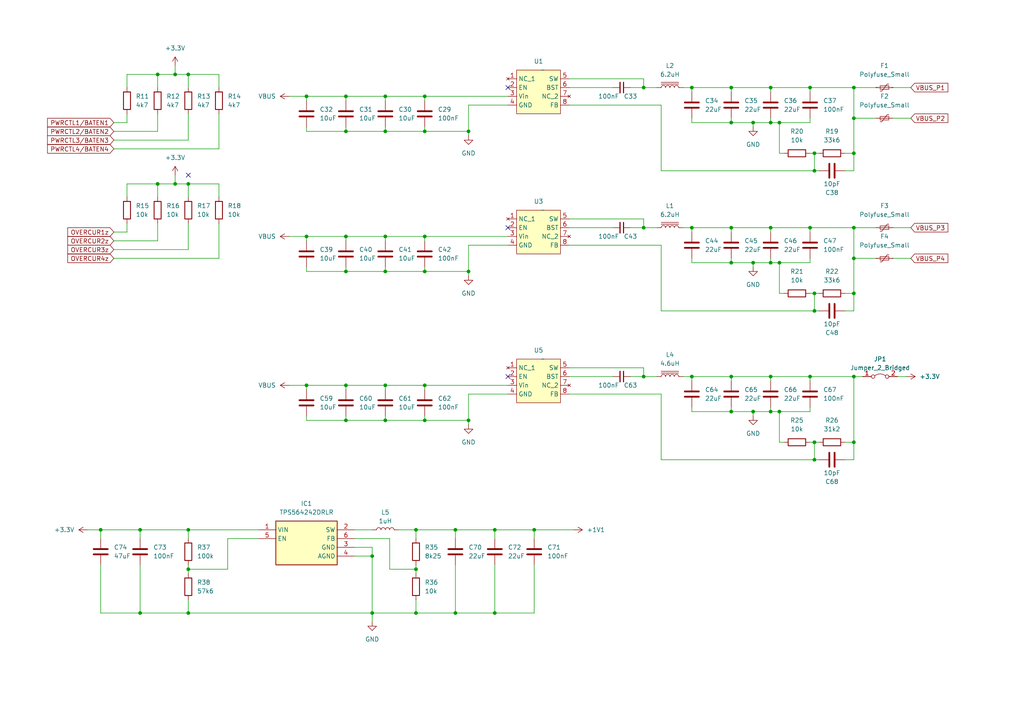
<source format=kicad_sch>
(kicad_sch (version 20230121) (generator eeschema)

  (uuid 633a3cf8-fd85-479d-a946-7de4ea83bdfd)

  (paper "A4")

  (lib_symbols
    (symbol "Device:C" (pin_numbers hide) (pin_names (offset 0.254)) (in_bom yes) (on_board yes)
      (property "Reference" "C" (at 0.635 2.54 0)
        (effects (font (size 1.27 1.27)) (justify left))
      )
      (property "Value" "C" (at 0.635 -2.54 0)
        (effects (font (size 1.27 1.27)) (justify left))
      )
      (property "Footprint" "" (at 0.9652 -3.81 0)
        (effects (font (size 1.27 1.27)) hide)
      )
      (property "Datasheet" "~" (at 0 0 0)
        (effects (font (size 1.27 1.27)) hide)
      )
      (property "ki_keywords" "cap capacitor" (at 0 0 0)
        (effects (font (size 1.27 1.27)) hide)
      )
      (property "ki_description" "Unpolarized capacitor" (at 0 0 0)
        (effects (font (size 1.27 1.27)) hide)
      )
      (property "ki_fp_filters" "C_*" (at 0 0 0)
        (effects (font (size 1.27 1.27)) hide)
      )
      (symbol "C_0_1"
        (polyline
          (pts
            (xy -2.032 -0.762)
            (xy 2.032 -0.762)
          )
          (stroke (width 0.508) (type default))
          (fill (type none))
        )
        (polyline
          (pts
            (xy -2.032 0.762)
            (xy 2.032 0.762)
          )
          (stroke (width 0.508) (type default))
          (fill (type none))
        )
      )
      (symbol "C_1_1"
        (pin passive line (at 0 3.81 270) (length 2.794)
          (name "~" (effects (font (size 1.27 1.27))))
          (number "1" (effects (font (size 1.27 1.27))))
        )
        (pin passive line (at 0 -3.81 90) (length 2.794)
          (name "~" (effects (font (size 1.27 1.27))))
          (number "2" (effects (font (size 1.27 1.27))))
        )
      )
    )
    (symbol "Device:C_Small" (pin_numbers hide) (pin_names (offset 0.254) hide) (in_bom yes) (on_board yes)
      (property "Reference" "C" (at 0.254 1.778 0)
        (effects (font (size 1.27 1.27)) (justify left))
      )
      (property "Value" "C_Small" (at 0.254 -2.032 0)
        (effects (font (size 1.27 1.27)) (justify left))
      )
      (property "Footprint" "" (at 0 0 0)
        (effects (font (size 1.27 1.27)) hide)
      )
      (property "Datasheet" "~" (at 0 0 0)
        (effects (font (size 1.27 1.27)) hide)
      )
      (property "ki_keywords" "capacitor cap" (at 0 0 0)
        (effects (font (size 1.27 1.27)) hide)
      )
      (property "ki_description" "Unpolarized capacitor, small symbol" (at 0 0 0)
        (effects (font (size 1.27 1.27)) hide)
      )
      (property "ki_fp_filters" "C_*" (at 0 0 0)
        (effects (font (size 1.27 1.27)) hide)
      )
      (symbol "C_Small_0_1"
        (polyline
          (pts
            (xy -1.524 -0.508)
            (xy 1.524 -0.508)
          )
          (stroke (width 0.3302) (type default))
          (fill (type none))
        )
        (polyline
          (pts
            (xy -1.524 0.508)
            (xy 1.524 0.508)
          )
          (stroke (width 0.3048) (type default))
          (fill (type none))
        )
      )
      (symbol "C_Small_1_1"
        (pin passive line (at 0 2.54 270) (length 2.032)
          (name "~" (effects (font (size 1.27 1.27))))
          (number "1" (effects (font (size 1.27 1.27))))
        )
        (pin passive line (at 0 -2.54 90) (length 2.032)
          (name "~" (effects (font (size 1.27 1.27))))
          (number "2" (effects (font (size 1.27 1.27))))
        )
      )
    )
    (symbol "Device:L" (pin_numbers hide) (pin_names (offset 1.016) hide) (in_bom yes) (on_board yes)
      (property "Reference" "L" (at -1.27 0 90)
        (effects (font (size 1.27 1.27)))
      )
      (property "Value" "L" (at 1.905 0 90)
        (effects (font (size 1.27 1.27)))
      )
      (property "Footprint" "" (at 0 0 0)
        (effects (font (size 1.27 1.27)) hide)
      )
      (property "Datasheet" "~" (at 0 0 0)
        (effects (font (size 1.27 1.27)) hide)
      )
      (property "ki_keywords" "inductor choke coil reactor magnetic" (at 0 0 0)
        (effects (font (size 1.27 1.27)) hide)
      )
      (property "ki_description" "Inductor" (at 0 0 0)
        (effects (font (size 1.27 1.27)) hide)
      )
      (property "ki_fp_filters" "Choke_* *Coil* Inductor_* L_*" (at 0 0 0)
        (effects (font (size 1.27 1.27)) hide)
      )
      (symbol "L_0_1"
        (arc (start 0 -2.54) (mid 0.6323 -1.905) (end 0 -1.27)
          (stroke (width 0) (type default))
          (fill (type none))
        )
        (arc (start 0 -1.27) (mid 0.6323 -0.635) (end 0 0)
          (stroke (width 0) (type default))
          (fill (type none))
        )
        (arc (start 0 0) (mid 0.6323 0.635) (end 0 1.27)
          (stroke (width 0) (type default))
          (fill (type none))
        )
        (arc (start 0 1.27) (mid 0.6323 1.905) (end 0 2.54)
          (stroke (width 0) (type default))
          (fill (type none))
        )
      )
      (symbol "L_1_1"
        (pin passive line (at 0 3.81 270) (length 1.27)
          (name "1" (effects (font (size 1.27 1.27))))
          (number "1" (effects (font (size 1.27 1.27))))
        )
        (pin passive line (at 0 -3.81 90) (length 1.27)
          (name "2" (effects (font (size 1.27 1.27))))
          (number "2" (effects (font (size 1.27 1.27))))
        )
      )
    )
    (symbol "Device:L_Iron" (pin_numbers hide) (pin_names (offset 1.016) hide) (in_bom yes) (on_board yes)
      (property "Reference" "L" (at -1.27 0 90)
        (effects (font (size 1.27 1.27)))
      )
      (property "Value" "L_Iron" (at 2.794 0 90)
        (effects (font (size 1.27 1.27)))
      )
      (property "Footprint" "" (at 0 0 0)
        (effects (font (size 1.27 1.27)) hide)
      )
      (property "Datasheet" "~" (at 0 0 0)
        (effects (font (size 1.27 1.27)) hide)
      )
      (property "ki_keywords" "inductor choke coil reactor magnetic" (at 0 0 0)
        (effects (font (size 1.27 1.27)) hide)
      )
      (property "ki_description" "Inductor with iron core" (at 0 0 0)
        (effects (font (size 1.27 1.27)) hide)
      )
      (property "ki_fp_filters" "Choke_* *Coil* Inductor_* L_*" (at 0 0 0)
        (effects (font (size 1.27 1.27)) hide)
      )
      (symbol "L_Iron_0_1"
        (arc (start 0 -2.54) (mid 0.6323 -1.905) (end 0 -1.27)
          (stroke (width 0) (type default))
          (fill (type none))
        )
        (arc (start 0 -1.27) (mid 0.6323 -0.635) (end 0 0)
          (stroke (width 0) (type default))
          (fill (type none))
        )
        (polyline
          (pts
            (xy 1.016 2.54)
            (xy 1.016 -2.54)
          )
          (stroke (width 0) (type default))
          (fill (type none))
        )
        (polyline
          (pts
            (xy 1.524 -2.54)
            (xy 1.524 2.54)
          )
          (stroke (width 0) (type default))
          (fill (type none))
        )
        (arc (start 0 0) (mid 0.6323 0.635) (end 0 1.27)
          (stroke (width 0) (type default))
          (fill (type none))
        )
        (arc (start 0 1.27) (mid 0.6323 1.905) (end 0 2.54)
          (stroke (width 0) (type default))
          (fill (type none))
        )
      )
      (symbol "L_Iron_1_1"
        (pin passive line (at 0 3.81 270) (length 1.27)
          (name "1" (effects (font (size 1.27 1.27))))
          (number "1" (effects (font (size 1.27 1.27))))
        )
        (pin passive line (at 0 -3.81 90) (length 1.27)
          (name "2" (effects (font (size 1.27 1.27))))
          (number "2" (effects (font (size 1.27 1.27))))
        )
      )
    )
    (symbol "Device:Polyfuse_Small" (pin_numbers hide) (pin_names (offset 0)) (in_bom yes) (on_board yes)
      (property "Reference" "F" (at -1.905 0 90)
        (effects (font (size 1.27 1.27)))
      )
      (property "Value" "Polyfuse_Small" (at 1.905 0 90)
        (effects (font (size 1.27 1.27)))
      )
      (property "Footprint" "" (at 1.27 -5.08 0)
        (effects (font (size 1.27 1.27)) (justify left) hide)
      )
      (property "Datasheet" "~" (at 0 0 0)
        (effects (font (size 1.27 1.27)) hide)
      )
      (property "ki_keywords" "resettable fuse PTC PPTC polyfuse polyswitch" (at 0 0 0)
        (effects (font (size 1.27 1.27)) hide)
      )
      (property "ki_description" "Resettable fuse, polymeric positive temperature coefficient, small symbol" (at 0 0 0)
        (effects (font (size 1.27 1.27)) hide)
      )
      (property "ki_fp_filters" "*polyfuse* *PTC*" (at 0 0 0)
        (effects (font (size 1.27 1.27)) hide)
      )
      (symbol "Polyfuse_Small_0_1"
        (rectangle (start -0.508 1.27) (end 0.508 -1.27)
          (stroke (width 0) (type default))
          (fill (type none))
        )
        (polyline
          (pts
            (xy 0 2.54)
            (xy 0 -2.54)
          )
          (stroke (width 0) (type default))
          (fill (type none))
        )
        (polyline
          (pts
            (xy -1.016 1.27)
            (xy -1.016 0.762)
            (xy 1.016 -0.762)
            (xy 1.016 -1.27)
          )
          (stroke (width 0) (type default))
          (fill (type none))
        )
      )
      (symbol "Polyfuse_Small_1_1"
        (pin passive line (at 0 2.54 270) (length 0.635)
          (name "~" (effects (font (size 1.27 1.27))))
          (number "1" (effects (font (size 1.27 1.27))))
        )
        (pin passive line (at 0 -2.54 90) (length 0.635)
          (name "~" (effects (font (size 1.27 1.27))))
          (number "2" (effects (font (size 1.27 1.27))))
        )
      )
    )
    (symbol "Device:R" (pin_numbers hide) (pin_names (offset 0)) (in_bom yes) (on_board yes)
      (property "Reference" "R" (at 2.032 0 90)
        (effects (font (size 1.27 1.27)))
      )
      (property "Value" "R" (at 0 0 90)
        (effects (font (size 1.27 1.27)))
      )
      (property "Footprint" "" (at -1.778 0 90)
        (effects (font (size 1.27 1.27)) hide)
      )
      (property "Datasheet" "~" (at 0 0 0)
        (effects (font (size 1.27 1.27)) hide)
      )
      (property "ki_keywords" "R res resistor" (at 0 0 0)
        (effects (font (size 1.27 1.27)) hide)
      )
      (property "ki_description" "Resistor" (at 0 0 0)
        (effects (font (size 1.27 1.27)) hide)
      )
      (property "ki_fp_filters" "R_*" (at 0 0 0)
        (effects (font (size 1.27 1.27)) hide)
      )
      (symbol "R_0_1"
        (rectangle (start -1.016 -2.54) (end 1.016 2.54)
          (stroke (width 0.254) (type default))
          (fill (type none))
        )
      )
      (symbol "R_1_1"
        (pin passive line (at 0 3.81 270) (length 1.27)
          (name "~" (effects (font (size 1.27 1.27))))
          (number "1" (effects (font (size 1.27 1.27))))
        )
        (pin passive line (at 0 -3.81 90) (length 1.27)
          (name "~" (effects (font (size 1.27 1.27))))
          (number "2" (effects (font (size 1.27 1.27))))
        )
      )
    )
    (symbol "Jumper:Jumper_2_Bridged" (pin_names (offset 0) hide) (in_bom yes) (on_board yes)
      (property "Reference" "JP" (at 0 1.905 0)
        (effects (font (size 1.27 1.27)))
      )
      (property "Value" "Jumper_2_Bridged" (at 0 -2.54 0)
        (effects (font (size 1.27 1.27)))
      )
      (property "Footprint" "" (at 0 0 0)
        (effects (font (size 1.27 1.27)) hide)
      )
      (property "Datasheet" "~" (at 0 0 0)
        (effects (font (size 1.27 1.27)) hide)
      )
      (property "ki_keywords" "Jumper SPST" (at 0 0 0)
        (effects (font (size 1.27 1.27)) hide)
      )
      (property "ki_description" "Jumper, 2-pole, closed/bridged" (at 0 0 0)
        (effects (font (size 1.27 1.27)) hide)
      )
      (property "ki_fp_filters" "Jumper* TestPoint*2Pads* TestPoint*Bridge*" (at 0 0 0)
        (effects (font (size 1.27 1.27)) hide)
      )
      (symbol "Jumper_2_Bridged_0_0"
        (circle (center -2.032 0) (radius 0.508)
          (stroke (width 0) (type default))
          (fill (type none))
        )
        (circle (center 2.032 0) (radius 0.508)
          (stroke (width 0) (type default))
          (fill (type none))
        )
      )
      (symbol "Jumper_2_Bridged_0_1"
        (arc (start 1.524 0.254) (mid 0 0.762) (end -1.524 0.254)
          (stroke (width 0) (type default))
          (fill (type none))
        )
      )
      (symbol "Jumper_2_Bridged_1_1"
        (pin passive line (at -5.08 0 0) (length 2.54)
          (name "A" (effects (font (size 1.27 1.27))))
          (number "1" (effects (font (size 1.27 1.27))))
        )
        (pin passive line (at 5.08 0 180) (length 2.54)
          (name "B" (effects (font (size 1.27 1.27))))
          (number "2" (effects (font (size 1.27 1.27))))
        )
      )
    )
    (symbol "TPS564242DRLR:TPS564242DRLR" (in_bom yes) (on_board yes)
      (property "Reference" "IC" (at 24.13 7.62 0)
        (effects (font (size 1.27 1.27)) (justify left top))
      )
      (property "Value" "TPS564242DRLR" (at 24.13 5.08 0)
        (effects (font (size 1.27 1.27)) (justify left top))
      )
      (property "Footprint" "SOTFL50P160X60-6N" (at 24.13 -94.92 0)
        (effects (font (size 1.27 1.27)) (justify left top) hide)
      )
      (property "Datasheet" "https://www.ti.com/lit/ds/symlink/tps564242.pdf?ts=1685014476098&ref_url=https%253A%252F%252Fwww.ti.com%252Fproduct%252FTPS564242%252Fpart-details%252FTPS564242DRLR" (at 24.13 -194.92 0)
        (effects (font (size 1.27 1.27)) (justify left top) hide)
      )
      (property "Height" "0.6" (at 24.13 -394.92 0)
        (effects (font (size 1.27 1.27)) (justify left top) hide)
      )
      (property "Mouser Part Number" "595-TPS564242DRLR" (at 24.13 -494.92 0)
        (effects (font (size 1.27 1.27)) (justify left top) hide)
      )
      (property "Mouser Price/Stock" "https://www.mouser.co.uk/ProductDetail/Texas-Instruments/TPS564242DRLR?qs=tlsG%2FOw5FFglPbz3y0H%252BmQ%3D%3D" (at 24.13 -594.92 0)
        (effects (font (size 1.27 1.27)) (justify left top) hide)
      )
      (property "Manufacturer_Name" "Texas Instruments" (at 24.13 -694.92 0)
        (effects (font (size 1.27 1.27)) (justify left top) hide)
      )
      (property "Manufacturer_Part_Number" "TPS564242DRLR" (at 24.13 -794.92 0)
        (effects (font (size 1.27 1.27)) (justify left top) hide)
      )
      (property "ki_description" "Switching Voltage Regulators 3-V to 16-V input voltage, 4-A ECO mode, synchronous buck converter in SOT-563 package" (at 0 0 0)
        (effects (font (size 1.27 1.27)) hide)
      )
      (symbol "TPS564242DRLR_1_1"
        (rectangle (start 5.08 2.54) (end 22.86 -10.16)
          (stroke (width 0.254) (type default))
          (fill (type background))
        )
        (pin passive line (at 0 0 0) (length 5.08)
          (name "VIN" (effects (font (size 1.27 1.27))))
          (number "1" (effects (font (size 1.27 1.27))))
        )
        (pin passive line (at 27.94 0 180) (length 5.08)
          (name "SW" (effects (font (size 1.27 1.27))))
          (number "2" (effects (font (size 1.27 1.27))))
        )
        (pin passive line (at 27.94 -5.08 180) (length 5.08)
          (name "GND" (effects (font (size 1.27 1.27))))
          (number "3" (effects (font (size 1.27 1.27))))
        )
        (pin passive line (at 27.94 -7.62 180) (length 5.08)
          (name "AGND" (effects (font (size 1.27 1.27))))
          (number "4" (effects (font (size 1.27 1.27))))
        )
        (pin passive line (at 0 -2.54 0) (length 5.08)
          (name "EN" (effects (font (size 1.27 1.27))))
          (number "5" (effects (font (size 1.27 1.27))))
        )
        (pin passive line (at 27.94 -2.54 180) (length 5.08)
          (name "FB" (effects (font (size 1.27 1.27))))
          (number "6" (effects (font (size 1.27 1.27))))
        )
      )
    )
    (symbol "Voltage_regulators:TPS563300DRLR" (in_bom yes) (on_board yes)
      (property "Reference" "U" (at 0 2.54 0)
        (effects (font (size 1.27 1.27)))
      )
      (property "Value" "" (at 0 0 0)
        (effects (font (size 1.27 1.27)))
      )
      (property "Footprint" "Package_TO_SOT_SMD:SOT-583-8" (at 0 -15.24 0)
        (effects (font (size 1.27 1.27)) hide)
      )
      (property "Datasheet" "" (at 0 0 0)
        (effects (font (size 1.27 1.27)) hide)
      )
      (symbol "TPS563300DRLR_1_1"
        (rectangle (start -7.62 0) (end 5.08 -12.7)
          (stroke (width 0) (type default))
          (fill (type background))
        )
        (pin no_connect line (at -10.16 -2.54 0) (length 2.54)
          (name "NC_1" (effects (font (size 1.27 1.27))))
          (number "1" (effects (font (size 1.27 1.27))))
        )
        (pin input line (at -10.16 -5.08 0) (length 2.54)
          (name "EN" (effects (font (size 1.27 1.27))))
          (number "2" (effects (font (size 1.27 1.27))))
        )
        (pin power_in line (at -10.16 -7.62 0) (length 2.54)
          (name "Vin" (effects (font (size 1.27 1.27))))
          (number "3" (effects (font (size 1.27 1.27))))
        )
        (pin power_in line (at -10.16 -10.16 0) (length 2.54)
          (name "GND" (effects (font (size 1.27 1.27))))
          (number "4" (effects (font (size 1.27 1.27))))
        )
        (pin output line (at 7.62 -2.54 180) (length 2.54)
          (name "SW" (effects (font (size 1.27 1.27))))
          (number "5" (effects (font (size 1.27 1.27))))
        )
        (pin output line (at 7.62 -5.08 180) (length 2.54)
          (name "BST" (effects (font (size 1.27 1.27))))
          (number "6" (effects (font (size 1.27 1.27))))
        )
        (pin no_connect line (at 7.62 -7.62 180) (length 2.54)
          (name "NC_2" (effects (font (size 1.27 1.27))))
          (number "7" (effects (font (size 1.27 1.27))))
        )
        (pin output line (at 7.62 -10.16 180) (length 2.54)
          (name "FB" (effects (font (size 1.27 1.27))))
          (number "8" (effects (font (size 1.27 1.27))))
        )
      )
    )
    (symbol "power:+1V1" (power) (pin_names (offset 0)) (in_bom yes) (on_board yes)
      (property "Reference" "#PWR" (at 0 -3.81 0)
        (effects (font (size 1.27 1.27)) hide)
      )
      (property "Value" "+1V1" (at 0 3.556 0)
        (effects (font (size 1.27 1.27)))
      )
      (property "Footprint" "" (at 0 0 0)
        (effects (font (size 1.27 1.27)) hide)
      )
      (property "Datasheet" "" (at 0 0 0)
        (effects (font (size 1.27 1.27)) hide)
      )
      (property "ki_keywords" "global power" (at 0 0 0)
        (effects (font (size 1.27 1.27)) hide)
      )
      (property "ki_description" "Power symbol creates a global label with name \"+1V1\"" (at 0 0 0)
        (effects (font (size 1.27 1.27)) hide)
      )
      (symbol "+1V1_0_1"
        (polyline
          (pts
            (xy -0.762 1.27)
            (xy 0 2.54)
          )
          (stroke (width 0) (type default))
          (fill (type none))
        )
        (polyline
          (pts
            (xy 0 0)
            (xy 0 2.54)
          )
          (stroke (width 0) (type default))
          (fill (type none))
        )
        (polyline
          (pts
            (xy 0 2.54)
            (xy 0.762 1.27)
          )
          (stroke (width 0) (type default))
          (fill (type none))
        )
      )
      (symbol "+1V1_1_1"
        (pin power_in line (at 0 0 90) (length 0) hide
          (name "+1V1" (effects (font (size 1.27 1.27))))
          (number "1" (effects (font (size 1.27 1.27))))
        )
      )
    )
    (symbol "power:+3.3V" (power) (pin_names (offset 0)) (in_bom yes) (on_board yes)
      (property "Reference" "#PWR" (at 0 -3.81 0)
        (effects (font (size 1.27 1.27)) hide)
      )
      (property "Value" "+3.3V" (at 0 3.556 0)
        (effects (font (size 1.27 1.27)))
      )
      (property "Footprint" "" (at 0 0 0)
        (effects (font (size 1.27 1.27)) hide)
      )
      (property "Datasheet" "" (at 0 0 0)
        (effects (font (size 1.27 1.27)) hide)
      )
      (property "ki_keywords" "global power" (at 0 0 0)
        (effects (font (size 1.27 1.27)) hide)
      )
      (property "ki_description" "Power symbol creates a global label with name \"+3.3V\"" (at 0 0 0)
        (effects (font (size 1.27 1.27)) hide)
      )
      (symbol "+3.3V_0_1"
        (polyline
          (pts
            (xy -0.762 1.27)
            (xy 0 2.54)
          )
          (stroke (width 0) (type default))
          (fill (type none))
        )
        (polyline
          (pts
            (xy 0 0)
            (xy 0 2.54)
          )
          (stroke (width 0) (type default))
          (fill (type none))
        )
        (polyline
          (pts
            (xy 0 2.54)
            (xy 0.762 1.27)
          )
          (stroke (width 0) (type default))
          (fill (type none))
        )
      )
      (symbol "+3.3V_1_1"
        (pin power_in line (at 0 0 90) (length 0) hide
          (name "+3.3V" (effects (font (size 1.27 1.27))))
          (number "1" (effects (font (size 1.27 1.27))))
        )
      )
    )
    (symbol "power:GND" (power) (pin_names (offset 0)) (in_bom yes) (on_board yes)
      (property "Reference" "#PWR" (at 0 -6.35 0)
        (effects (font (size 1.27 1.27)) hide)
      )
      (property "Value" "GND" (at 0 -3.81 0)
        (effects (font (size 1.27 1.27)))
      )
      (property "Footprint" "" (at 0 0 0)
        (effects (font (size 1.27 1.27)) hide)
      )
      (property "Datasheet" "" (at 0 0 0)
        (effects (font (size 1.27 1.27)) hide)
      )
      (property "ki_keywords" "global power" (at 0 0 0)
        (effects (font (size 1.27 1.27)) hide)
      )
      (property "ki_description" "Power symbol creates a global label with name \"GND\" , ground" (at 0 0 0)
        (effects (font (size 1.27 1.27)) hide)
      )
      (symbol "GND_0_1"
        (polyline
          (pts
            (xy 0 0)
            (xy 0 -1.27)
            (xy 1.27 -1.27)
            (xy 0 -2.54)
            (xy -1.27 -1.27)
            (xy 0 -1.27)
          )
          (stroke (width 0) (type default))
          (fill (type none))
        )
      )
      (symbol "GND_1_1"
        (pin power_in line (at 0 0 270) (length 0) hide
          (name "GND" (effects (font (size 1.27 1.27))))
          (number "1" (effects (font (size 1.27 1.27))))
        )
      )
    )
    (symbol "power:VBUS" (power) (pin_names (offset 0)) (in_bom yes) (on_board yes)
      (property "Reference" "#PWR" (at 0 -3.81 0)
        (effects (font (size 1.27 1.27)) hide)
      )
      (property "Value" "VBUS" (at 0 3.81 0)
        (effects (font (size 1.27 1.27)))
      )
      (property "Footprint" "" (at 0 0 0)
        (effects (font (size 1.27 1.27)) hide)
      )
      (property "Datasheet" "" (at 0 0 0)
        (effects (font (size 1.27 1.27)) hide)
      )
      (property "ki_keywords" "global power" (at 0 0 0)
        (effects (font (size 1.27 1.27)) hide)
      )
      (property "ki_description" "Power symbol creates a global label with name \"VBUS\"" (at 0 0 0)
        (effects (font (size 1.27 1.27)) hide)
      )
      (symbol "VBUS_0_1"
        (polyline
          (pts
            (xy -0.762 1.27)
            (xy 0 2.54)
          )
          (stroke (width 0) (type default))
          (fill (type none))
        )
        (polyline
          (pts
            (xy 0 0)
            (xy 0 2.54)
          )
          (stroke (width 0) (type default))
          (fill (type none))
        )
        (polyline
          (pts
            (xy 0 2.54)
            (xy 0.762 1.27)
          )
          (stroke (width 0) (type default))
          (fill (type none))
        )
      )
      (symbol "VBUS_1_1"
        (pin power_in line (at 0 0 90) (length 0) hide
          (name "VBUS" (effects (font (size 1.27 1.27))))
          (number "1" (effects (font (size 1.27 1.27))))
        )
      )
    )
  )

  (junction (at 247.65 128.27) (diameter 0) (color 0 0 0 0)
    (uuid 05d653ff-dcb5-420b-943f-af61f92dd8f5)
  )
  (junction (at 236.22 49.53) (diameter 0) (color 0 0 0 0)
    (uuid 07cffb04-eb28-4a62-b0b7-d6d0d9b56efe)
  )
  (junction (at 123.19 121.92) (diameter 0) (color 0 0 0 0)
    (uuid 0b579dc2-342d-4de4-bf4e-6a75557735ed)
  )
  (junction (at 88.9 68.58) (diameter 0) (color 0 0 0 0)
    (uuid 0b8293de-6fb2-494c-94ca-c9ccab651491)
  )
  (junction (at 223.52 35.56) (diameter 0) (color 0 0 0 0)
    (uuid 0fdf2ddb-4699-4166-9294-2351767b5af0)
  )
  (junction (at 212.09 35.56) (diameter 0) (color 0 0 0 0)
    (uuid 10506311-b074-4af4-a9d5-74e96efe038a)
  )
  (junction (at 218.44 119.38) (diameter 0) (color 0 0 0 0)
    (uuid 124d9132-4bef-4ac0-a651-4d3bd1254158)
  )
  (junction (at 154.94 153.67) (diameter 0) (color 0 0 0 0)
    (uuid 12d60288-7034-4df6-a928-02fff9c67601)
  )
  (junction (at 212.09 66.04) (diameter 0) (color 0 0 0 0)
    (uuid 14f02aba-187d-4c12-9784-951150a04ab1)
  )
  (junction (at 223.52 119.38) (diameter 0) (color 0 0 0 0)
    (uuid 1590d485-dc7a-4c02-a041-d057509c8188)
  )
  (junction (at 50.8 21.59) (diameter 0) (color 0 0 0 0)
    (uuid 17061555-0a02-4dc6-9f49-915c102362de)
  )
  (junction (at 247.65 109.22) (diameter 0) (color 0 0 0 0)
    (uuid 177ba2d0-082d-413a-b8f1-d0472368cf79)
  )
  (junction (at 50.8 53.34) (diameter 0) (color 0 0 0 0)
    (uuid 18d0f0fb-7886-4770-8019-58f004465e34)
  )
  (junction (at 135.89 121.92) (diameter 0) (color 0 0 0 0)
    (uuid 18d36997-51c2-4604-87d8-cc991a082461)
  )
  (junction (at 186.69 109.22) (diameter 0) (color 0 0 0 0)
    (uuid 21e6047e-a60a-4178-984d-d0d1c610faed)
  )
  (junction (at 186.69 25.4) (diameter 0) (color 0 0 0 0)
    (uuid 24044e06-484b-497e-b152-87f5ad0ca64c)
  )
  (junction (at 120.65 177.8) (diameter 0) (color 0 0 0 0)
    (uuid 24cec4d8-2b2e-4c78-bcd8-a140b15e58c5)
  )
  (junction (at 186.69 66.04) (diameter 0) (color 0 0 0 0)
    (uuid 25dc8bcc-af84-45a6-ac46-8b388d9b204d)
  )
  (junction (at 236.22 44.45) (diameter 0) (color 0 0 0 0)
    (uuid 27467077-3a61-4a40-b6f9-7a66e88b049c)
  )
  (junction (at 247.65 85.09) (diameter 0) (color 0 0 0 0)
    (uuid 2c83048c-fd96-4294-a874-02972511f06b)
  )
  (junction (at 135.89 78.74) (diameter 0) (color 0 0 0 0)
    (uuid 310c5d22-20a5-4c66-8fce-13372b3b9b33)
  )
  (junction (at 212.09 76.2) (diameter 0) (color 0 0 0 0)
    (uuid 3142967d-157c-4da6-88bd-66658f03087a)
  )
  (junction (at 54.61 165.1) (diameter 0) (color 0 0 0 0)
    (uuid 35d9cb29-e8c4-4878-857a-8d8fa2cf221d)
  )
  (junction (at 234.95 109.22) (diameter 0) (color 0 0 0 0)
    (uuid 393c4380-0319-4427-8c1d-2086fdf8d7f0)
  )
  (junction (at 123.19 38.1) (diameter 0) (color 0 0 0 0)
    (uuid 3ae02081-bd10-4827-ac2f-6d2600f8540d)
  )
  (junction (at 200.66 109.22) (diameter 0) (color 0 0 0 0)
    (uuid 3b593c45-43df-4300-88bf-534691d1008f)
  )
  (junction (at 54.61 153.67) (diameter 0) (color 0 0 0 0)
    (uuid 435ae711-f04b-4fd3-969f-b2eefb8408b2)
  )
  (junction (at 111.76 111.76) (diameter 0) (color 0 0 0 0)
    (uuid 45a37ff6-e420-4953-aeb7-afdbd6b6f897)
  )
  (junction (at 40.64 177.8) (diameter 0) (color 0 0 0 0)
    (uuid 46df6a23-0009-4b60-afde-b1116077a72e)
  )
  (junction (at 123.19 78.74) (diameter 0) (color 0 0 0 0)
    (uuid 4ae6afdf-eb03-414f-9566-7c8bc2249e37)
  )
  (junction (at 111.76 78.74) (diameter 0) (color 0 0 0 0)
    (uuid 4d7faa6b-f4f1-4aa0-8cb6-e27a2179d57a)
  )
  (junction (at 223.52 66.04) (diameter 0) (color 0 0 0 0)
    (uuid 4e352c52-e227-4319-8bbe-22dd07cf5bbd)
  )
  (junction (at 120.65 153.67) (diameter 0) (color 0 0 0 0)
    (uuid 52c4c347-f233-474a-8b57-ae71b7bb1cb2)
  )
  (junction (at 200.66 25.4) (diameter 0) (color 0 0 0 0)
    (uuid 537b6fe0-59a0-4918-86f3-df122dffc98a)
  )
  (junction (at 100.33 38.1) (diameter 0) (color 0 0 0 0)
    (uuid 5453a960-1923-4cab-93b7-e75ced919296)
  )
  (junction (at 226.06 76.2) (diameter 0) (color 0 0 0 0)
    (uuid 54ac6fca-5ad2-4554-b245-1bfe38e8df7e)
  )
  (junction (at 223.52 109.22) (diameter 0) (color 0 0 0 0)
    (uuid 551bbe8d-ed61-4448-bd41-a1cea20fc82f)
  )
  (junction (at 45.72 53.34) (diameter 0) (color 0 0 0 0)
    (uuid 60eff004-314c-4019-8f5c-4fe4c939948e)
  )
  (junction (at 218.44 35.56) (diameter 0) (color 0 0 0 0)
    (uuid 63270d7d-1621-4897-9804-b998bc66c4c4)
  )
  (junction (at 54.61 21.59) (diameter 0) (color 0 0 0 0)
    (uuid 69daa530-590c-4e45-af5d-0ab72a537e4b)
  )
  (junction (at 132.08 177.8) (diameter 0) (color 0 0 0 0)
    (uuid 6c74a2d4-0a4b-4281-9ee2-25945f45934a)
  )
  (junction (at 100.33 68.58) (diameter 0) (color 0 0 0 0)
    (uuid 716a537b-97bd-48bb-ad4d-f90fae21f012)
  )
  (junction (at 107.95 177.8) (diameter 0) (color 0 0 0 0)
    (uuid 76c704d5-a1be-4b42-9b8a-1eb790642d9e)
  )
  (junction (at 111.76 38.1) (diameter 0) (color 0 0 0 0)
    (uuid 77dd8cf4-9c30-4817-8f0c-95d587a649da)
  )
  (junction (at 247.65 74.93) (diameter 0) (color 0 0 0 0)
    (uuid 77e81e56-f145-46f3-82f2-2a7c6b3ae791)
  )
  (junction (at 111.76 121.92) (diameter 0) (color 0 0 0 0)
    (uuid 7936f535-c9d0-4cc2-906d-9b4f82bbd8f5)
  )
  (junction (at 223.52 76.2) (diameter 0) (color 0 0 0 0)
    (uuid 7966d262-9419-42e1-8e92-e210b2c5346f)
  )
  (junction (at 143.51 153.67) (diameter 0) (color 0 0 0 0)
    (uuid 7d15a1ce-bb7e-42ec-abfe-0e88d9cd010a)
  )
  (junction (at 29.21 153.67) (diameter 0) (color 0 0 0 0)
    (uuid 7d8275aa-93ac-4208-ba92-1921b4c7c55a)
  )
  (junction (at 135.89 38.1) (diameter 0) (color 0 0 0 0)
    (uuid 830af6c3-e6b0-44ca-9ddc-8b5db2f345ec)
  )
  (junction (at 247.65 34.29) (diameter 0) (color 0 0 0 0)
    (uuid 838c41ad-3964-435c-bf17-04371253348a)
  )
  (junction (at 100.33 27.94) (diameter 0) (color 0 0 0 0)
    (uuid 86116044-37e4-476d-b8bf-53ddbd42ef08)
  )
  (junction (at 247.65 44.45) (diameter 0) (color 0 0 0 0)
    (uuid 87769825-2755-484f-9b3a-d11955d57d04)
  )
  (junction (at 143.51 177.8) (diameter 0) (color 0 0 0 0)
    (uuid 893662e3-c5b5-4f9d-bb25-44c8078285b3)
  )
  (junction (at 100.33 121.92) (diameter 0) (color 0 0 0 0)
    (uuid 8dd5c45c-6951-4f91-9fa9-10f4ca1173a2)
  )
  (junction (at 45.72 21.59) (diameter 0) (color 0 0 0 0)
    (uuid 8f06415e-3eb7-4bf6-aa2b-e580aeae8d3a)
  )
  (junction (at 120.65 165.1) (diameter 0) (color 0 0 0 0)
    (uuid 90325d41-e8fa-4f09-8181-2ae2bd44cf2a)
  )
  (junction (at 123.19 27.94) (diameter 0) (color 0 0 0 0)
    (uuid 93ed48b2-372f-4656-aef8-4d589ac99419)
  )
  (junction (at 111.76 27.94) (diameter 0) (color 0 0 0 0)
    (uuid 9730e539-a6be-47aa-914e-b546da2092a8)
  )
  (junction (at 100.33 78.74) (diameter 0) (color 0 0 0 0)
    (uuid 99418d81-5dae-4e25-93d8-56035dbdf4a3)
  )
  (junction (at 212.09 119.38) (diameter 0) (color 0 0 0 0)
    (uuid 9d5df51a-36fe-424f-a01c-fe6c94c3fbfb)
  )
  (junction (at 54.61 177.8) (diameter 0) (color 0 0 0 0)
    (uuid 9da2dc0e-8fbf-4d71-a772-59e58723e049)
  )
  (junction (at 234.95 25.4) (diameter 0) (color 0 0 0 0)
    (uuid 9e67afaf-1bfa-4e65-a380-2b9fedb629f0)
  )
  (junction (at 100.33 111.76) (diameter 0) (color 0 0 0 0)
    (uuid a1d0ac70-f078-4937-9924-51ccce6cbaa1)
  )
  (junction (at 88.9 111.76) (diameter 0) (color 0 0 0 0)
    (uuid a6cf4939-f71d-4366-a2ff-2a9b1beaf8bc)
  )
  (junction (at 107.95 161.29) (diameter 0) (color 0 0 0 0)
    (uuid a74ba1db-1e10-4971-af06-750994695917)
  )
  (junction (at 111.76 68.58) (diameter 0) (color 0 0 0 0)
    (uuid ac4e51a1-0915-4a63-9ea7-4319e8d3fa1f)
  )
  (junction (at 247.65 25.4) (diameter 0) (color 0 0 0 0)
    (uuid afc5beb8-69b5-4e08-bcfe-835671a5a1df)
  )
  (junction (at 236.22 128.27) (diameter 0) (color 0 0 0 0)
    (uuid b0990cef-5334-44b5-853e-844639c1227d)
  )
  (junction (at 223.52 25.4) (diameter 0) (color 0 0 0 0)
    (uuid b6434519-2b28-485b-a060-ec70840c2f47)
  )
  (junction (at 236.22 85.09) (diameter 0) (color 0 0 0 0)
    (uuid b64bef02-03a2-4e93-a4ff-2627f2773517)
  )
  (junction (at 236.22 133.35) (diameter 0) (color 0 0 0 0)
    (uuid bad98305-c142-4ebe-87b7-0236ec680a43)
  )
  (junction (at 54.61 53.34) (diameter 0) (color 0 0 0 0)
    (uuid c0565c00-527d-40b5-b003-6cee5d231ce2)
  )
  (junction (at 234.95 66.04) (diameter 0) (color 0 0 0 0)
    (uuid c19aba83-6955-4e44-bd6c-9d00040ffa7f)
  )
  (junction (at 88.9 27.94) (diameter 0) (color 0 0 0 0)
    (uuid ca474a4e-74d5-40c0-a2a1-a2a53317216b)
  )
  (junction (at 236.22 90.17) (diameter 0) (color 0 0 0 0)
    (uuid d1af85c4-289f-483b-aef5-d6a78a1623fc)
  )
  (junction (at 226.06 119.38) (diameter 0) (color 0 0 0 0)
    (uuid d303c085-49dd-4f9e-ae4e-fd675c857f84)
  )
  (junction (at 132.08 153.67) (diameter 0) (color 0 0 0 0)
    (uuid d8466f8d-306c-4a3c-bcf4-6ddbe872c673)
  )
  (junction (at 212.09 25.4) (diameter 0) (color 0 0 0 0)
    (uuid d99e976a-3f0e-4454-bb1a-42b7b54d7743)
  )
  (junction (at 247.65 66.04) (diameter 0) (color 0 0 0 0)
    (uuid db658e39-e91b-496d-aa22-770c5b5a7794)
  )
  (junction (at 40.64 153.67) (diameter 0) (color 0 0 0 0)
    (uuid e3d47b86-46c4-4e4f-b711-b8078b1da92e)
  )
  (junction (at 123.19 68.58) (diameter 0) (color 0 0 0 0)
    (uuid e472846d-43bf-491a-a0d4-f8d31252af4d)
  )
  (junction (at 123.19 111.76) (diameter 0) (color 0 0 0 0)
    (uuid e772717c-614a-4cce-9dff-9b0aec9268f5)
  )
  (junction (at 200.66 66.04) (diameter 0) (color 0 0 0 0)
    (uuid e7bf8662-f8b6-43f6-87b9-c73ac62e7b8f)
  )
  (junction (at 226.06 35.56) (diameter 0) (color 0 0 0 0)
    (uuid f1dd6b29-6d19-48ac-b8fb-79025462ea53)
  )
  (junction (at 212.09 109.22) (diameter 0) (color 0 0 0 0)
    (uuid f2e1ea16-289c-49a3-a21a-ac9aa62fae63)
  )
  (junction (at 218.44 76.2) (diameter 0) (color 0 0 0 0)
    (uuid f5c4f1f2-771e-418d-8e62-1f80636fa3b8)
  )

  (no_connect (at 147.32 66.04) (uuid 0aea43ca-797c-4560-9e0a-7cc8fcbfc6e4))
  (no_connect (at 147.32 109.22) (uuid 457ced22-cdb3-453c-a285-e84f5e969442))
  (no_connect (at 147.32 25.4) (uuid 7e02f0a8-dc57-4393-a9bc-f48a4ec72382))
  (no_connect (at 176.53 -26.67) (uuid a01e18cd-b9f5-4de2-bfdb-f71486c38610))
  (no_connect (at 54.61 50.8) (uuid a17879fc-e560-447b-9e4a-17b2e18a215e))

  (wire (pts (xy 107.95 177.8) (xy 107.95 161.29))
    (stroke (width 0) (type default))
    (uuid 031aa4a4-3267-4a69-8c35-e9e8d01a02aa)
  )
  (wire (pts (xy 223.52 76.2) (xy 226.06 76.2))
    (stroke (width 0) (type default))
    (uuid 0407ee8a-a1df-4591-82a8-2d197a80b56b)
  )
  (wire (pts (xy 186.69 66.04) (xy 190.5 66.04))
    (stroke (width 0) (type default))
    (uuid 0450a363-bdc7-45a7-921f-6f1630a773d3)
  )
  (wire (pts (xy 247.65 74.93) (xy 247.65 66.04))
    (stroke (width 0) (type default))
    (uuid 04e30029-6c6f-41b5-87c6-b79782656559)
  )
  (wire (pts (xy 123.19 121.92) (xy 123.19 120.65))
    (stroke (width 0) (type default))
    (uuid 05fbb12b-8f6b-4824-8182-644af692dc89)
  )
  (wire (pts (xy 143.51 153.67) (xy 143.51 156.21))
    (stroke (width 0) (type default))
    (uuid 0720032f-2c13-40dd-825c-63f54a275e89)
  )
  (wire (pts (xy 54.61 165.1) (xy 54.61 166.37))
    (stroke (width 0) (type default))
    (uuid 07d4e855-79fa-4662-93ff-c4a0b864c435)
  )
  (wire (pts (xy 88.9 111.76) (xy 88.9 113.03))
    (stroke (width 0) (type default))
    (uuid 0893371a-0558-4de2-82d2-c70844c97912)
  )
  (wire (pts (xy 165.1 63.5) (xy 186.69 63.5))
    (stroke (width 0) (type default))
    (uuid 0b08ba45-eccf-482d-bc6b-98cd1f5a996c)
  )
  (wire (pts (xy 132.08 177.8) (xy 132.08 163.83))
    (stroke (width 0) (type default))
    (uuid 0b4ebbb7-d0e7-4671-a766-fc95cac30582)
  )
  (wire (pts (xy 259.08 25.4) (xy 264.16 25.4))
    (stroke (width 0) (type default))
    (uuid 0c8e5a34-a0fe-4c5c-99f2-42ec69e58f85)
  )
  (wire (pts (xy 223.52 118.11) (xy 223.52 119.38))
    (stroke (width 0) (type default))
    (uuid 0ce3cee5-b493-493c-8271-776ca4ce9d8a)
  )
  (wire (pts (xy 247.65 34.29) (xy 254 34.29))
    (stroke (width 0) (type default))
    (uuid 0dc9e6fd-18d7-4867-8b7d-3e44d95dcb52)
  )
  (wire (pts (xy 182.88 25.4) (xy 186.69 25.4))
    (stroke (width 0) (type default))
    (uuid 10fcc246-1e7a-45f1-bc4a-7cb458cf5d60)
  )
  (wire (pts (xy 132.08 177.8) (xy 143.51 177.8))
    (stroke (width 0) (type default))
    (uuid 11a72f2f-abbc-4484-b190-bdcb40b6c87a)
  )
  (wire (pts (xy 212.09 119.38) (xy 200.66 119.38))
    (stroke (width 0) (type default))
    (uuid 12b95d18-8682-443a-890d-92d6022b7cb5)
  )
  (wire (pts (xy 223.52 66.04) (xy 234.95 66.04))
    (stroke (width 0) (type default))
    (uuid 1313bef5-9ff5-4ff8-9c9d-9f540c66820c)
  )
  (wire (pts (xy 227.33 44.45) (xy 226.06 44.45))
    (stroke (width 0) (type default))
    (uuid 1403eb58-6e1f-4e57-87e8-50bf773cd56f)
  )
  (wire (pts (xy 236.22 90.17) (xy 237.49 90.17))
    (stroke (width 0) (type default))
    (uuid 147a3f98-6207-41b8-830f-f7511e20f855)
  )
  (wire (pts (xy 120.65 153.67) (xy 120.65 156.21))
    (stroke (width 0) (type default))
    (uuid 16d45b76-085e-4b82-ba5e-10edfa47f376)
  )
  (wire (pts (xy 191.77 90.17) (xy 191.77 71.12))
    (stroke (width 0) (type default))
    (uuid 182153b6-0027-4bb1-b4cd-e37a8b10cb99)
  )
  (wire (pts (xy 147.32 27.94) (xy 123.19 27.94))
    (stroke (width 0) (type default))
    (uuid 185b9b92-30d2-4ee8-a413-a86d3026aa41)
  )
  (wire (pts (xy 54.61 165.1) (xy 54.61 163.83))
    (stroke (width 0) (type default))
    (uuid 199c5ff9-499f-4172-a7f8-70ab95b24f63)
  )
  (wire (pts (xy 123.19 68.58) (xy 123.19 69.85))
    (stroke (width 0) (type default))
    (uuid 19b889ff-9956-4afd-ab96-9e12669b6584)
  )
  (wire (pts (xy 234.95 76.2) (xy 234.95 74.93))
    (stroke (width 0) (type default))
    (uuid 1aab42f3-ea68-432b-82c5-27be472cc14a)
  )
  (wire (pts (xy 123.19 38.1) (xy 123.19 36.83))
    (stroke (width 0) (type default))
    (uuid 1b7141a1-4cc4-4de3-a58d-be54035dfc02)
  )
  (wire (pts (xy 123.19 38.1) (xy 135.89 38.1))
    (stroke (width 0) (type default))
    (uuid 1d7b7c2a-3c27-4f75-bef8-857565b764ab)
  )
  (wire (pts (xy 100.33 38.1) (xy 111.76 38.1))
    (stroke (width 0) (type default))
    (uuid 1e64bde1-cd4f-493e-b3ec-a1d230b89da6)
  )
  (wire (pts (xy 236.22 85.09) (xy 237.49 85.09))
    (stroke (width 0) (type default))
    (uuid 1ffe36b1-3d20-4735-8aa2-8616c94defb4)
  )
  (wire (pts (xy 36.83 53.34) (xy 45.72 53.34))
    (stroke (width 0) (type default))
    (uuid 2203ca40-2866-4523-992d-ca31b3177930)
  )
  (wire (pts (xy 234.95 85.09) (xy 236.22 85.09))
    (stroke (width 0) (type default))
    (uuid 2215d835-e9da-4b45-9b4d-8ed89f684f1d)
  )
  (wire (pts (xy 236.22 128.27) (xy 237.49 128.27))
    (stroke (width 0) (type default))
    (uuid 224ec521-be18-4cc0-80aa-bd6d8a2a9443)
  )
  (wire (pts (xy 120.65 153.67) (xy 132.08 153.67))
    (stroke (width 0) (type default))
    (uuid 2267144d-8bf2-44a8-bac6-3a188b16ccfe)
  )
  (wire (pts (xy 33.02 40.64) (xy 54.61 40.64))
    (stroke (width 0) (type default))
    (uuid 22ca80c3-e7bc-4887-86a4-73651b75c723)
  )
  (wire (pts (xy 165.1 25.4) (xy 177.8 25.4))
    (stroke (width 0) (type default))
    (uuid 22e222b2-ee3e-4c62-8aa3-6ccbfc43b6b4)
  )
  (wire (pts (xy 200.66 109.22) (xy 212.09 109.22))
    (stroke (width 0) (type default))
    (uuid 23ed0c32-2e14-45f7-a728-dbb63606027c)
  )
  (wire (pts (xy 29.21 153.67) (xy 29.21 156.21))
    (stroke (width 0) (type default))
    (uuid 2573544f-8275-4e45-8ab6-bb8f34e43d51)
  )
  (wire (pts (xy 236.22 49.53) (xy 191.77 49.53))
    (stroke (width 0) (type default))
    (uuid 25d9525a-7a4f-42e6-9eb4-d9cfb84c0f72)
  )
  (wire (pts (xy 200.66 66.04) (xy 212.09 66.04))
    (stroke (width 0) (type default))
    (uuid 260db18f-2303-45fb-8935-3e96cbf013af)
  )
  (wire (pts (xy 143.51 163.83) (xy 143.51 177.8))
    (stroke (width 0) (type default))
    (uuid 26fcfbc6-693a-454c-9ff6-ffe15ad1fde6)
  )
  (wire (pts (xy 226.06 44.45) (xy 226.06 35.56))
    (stroke (width 0) (type default))
    (uuid 2984fcec-dc05-4582-a24d-3a1520f74c38)
  )
  (wire (pts (xy 165.1 109.22) (xy 177.8 109.22))
    (stroke (width 0) (type default))
    (uuid 2bccd3be-6458-4261-94aa-6a1a8b6780e3)
  )
  (wire (pts (xy 236.22 49.53) (xy 237.49 49.53))
    (stroke (width 0) (type default))
    (uuid 2c5178d2-19a7-4aa4-bf65-daa4c3d43446)
  )
  (wire (pts (xy 54.61 53.34) (xy 63.5 53.34))
    (stroke (width 0) (type default))
    (uuid 2c5d4e97-a1d6-4817-a675-553f81d3a51e)
  )
  (wire (pts (xy 218.44 76.2) (xy 212.09 76.2))
    (stroke (width 0) (type default))
    (uuid 2ce9f656-bd96-4a99-adce-f8f477e008ef)
  )
  (wire (pts (xy 111.76 38.1) (xy 111.76 36.83))
    (stroke (width 0) (type default))
    (uuid 2e364fbd-dc11-4709-a4c0-9034d8775934)
  )
  (wire (pts (xy 218.44 35.56) (xy 223.52 35.56))
    (stroke (width 0) (type default))
    (uuid 2e81e171-178c-4cf2-ae05-3d99676325b2)
  )
  (wire (pts (xy 120.65 177.8) (xy 132.08 177.8))
    (stroke (width 0) (type default))
    (uuid 2ed24ccf-210c-406d-9c8e-3e5f92d7138d)
  )
  (wire (pts (xy 74.93 156.21) (xy 66.04 156.21))
    (stroke (width 0) (type default))
    (uuid 2ed6799a-83ba-4191-9cdc-ede64f99d74f)
  )
  (wire (pts (xy 247.65 74.93) (xy 254 74.93))
    (stroke (width 0) (type default))
    (uuid 2f27f0e8-4cde-4d97-9235-b93098bdb88c)
  )
  (wire (pts (xy 50.8 21.59) (xy 54.61 21.59))
    (stroke (width 0) (type default))
    (uuid 2f31fedd-c2d2-4dc4-bfbb-6d4be524f23f)
  )
  (wire (pts (xy 120.65 163.83) (xy 120.65 165.1))
    (stroke (width 0) (type default))
    (uuid 2f3e6552-f7b2-4942-9886-d42878679a0a)
  )
  (wire (pts (xy 102.87 153.67) (xy 107.95 153.67))
    (stroke (width 0) (type default))
    (uuid 2f76cecf-4965-49e9-8ef1-42f3566f7df5)
  )
  (wire (pts (xy 212.09 109.22) (xy 223.52 109.22))
    (stroke (width 0) (type default))
    (uuid 30aee616-fc27-44e7-8f15-da626acafd2c)
  )
  (wire (pts (xy 223.52 109.22) (xy 223.52 110.49))
    (stroke (width 0) (type default))
    (uuid 34d6a0ca-8d74-4a87-9d6c-d15e52610bee)
  )
  (wire (pts (xy 212.09 25.4) (xy 223.52 25.4))
    (stroke (width 0) (type default))
    (uuid 3587b28b-fb66-40d3-b7c5-cb61b862169c)
  )
  (wire (pts (xy 54.61 40.64) (xy 54.61 33.02))
    (stroke (width 0) (type default))
    (uuid 35a6bd0e-1f2b-452f-8d34-37f3051d776f)
  )
  (wire (pts (xy 135.89 114.3) (xy 147.32 114.3))
    (stroke (width 0) (type default))
    (uuid 37752672-fbb2-433c-82b5-c3bab1a7b232)
  )
  (wire (pts (xy 100.33 78.74) (xy 111.76 78.74))
    (stroke (width 0) (type default))
    (uuid 37a267dd-c289-4520-94b2-62fcb25712da)
  )
  (wire (pts (xy 88.9 121.92) (xy 88.9 120.65))
    (stroke (width 0) (type default))
    (uuid 37c5c066-da94-4f8a-8707-b8b9af04a620)
  )
  (wire (pts (xy 63.5 43.18) (xy 63.5 33.02))
    (stroke (width 0) (type default))
    (uuid 39949376-8064-40a3-a5cd-6de22e241898)
  )
  (wire (pts (xy 236.22 44.45) (xy 237.49 44.45))
    (stroke (width 0) (type default))
    (uuid 3c24d057-1dc4-4616-bcf9-d62b6cc0875c)
  )
  (wire (pts (xy 212.09 74.93) (xy 212.09 76.2))
    (stroke (width 0) (type default))
    (uuid 3fe477f4-facb-4d71-a98f-6296219dd45a)
  )
  (wire (pts (xy 111.76 27.94) (xy 111.76 29.21))
    (stroke (width 0) (type default))
    (uuid 3ff3e098-ace4-49b8-b5d4-a22974ec3df5)
  )
  (wire (pts (xy 198.12 66.04) (xy 200.66 66.04))
    (stroke (width 0) (type default))
    (uuid 405ec60c-b984-46ab-9d53-0646e72c5c5f)
  )
  (wire (pts (xy 200.66 76.2) (xy 200.66 74.93))
    (stroke (width 0) (type default))
    (uuid 43142c64-5165-48b2-a396-55f9fa19c770)
  )
  (wire (pts (xy 100.33 27.94) (xy 88.9 27.94))
    (stroke (width 0) (type default))
    (uuid 432f9b44-e56a-4579-a31e-e1367b8fb843)
  )
  (wire (pts (xy 54.61 21.59) (xy 54.61 25.4))
    (stroke (width 0) (type default))
    (uuid 43bfc342-0cf2-4adc-8ae5-a546ab260865)
  )
  (wire (pts (xy 223.52 66.04) (xy 223.52 67.31))
    (stroke (width 0) (type default))
    (uuid 43d99128-9afa-43d2-9eac-89171516811a)
  )
  (wire (pts (xy 227.33 128.27) (xy 226.06 128.27))
    (stroke (width 0) (type default))
    (uuid 44d1ad10-5495-46fe-a730-d5db5d06041e)
  )
  (wire (pts (xy 165.1 106.68) (xy 186.69 106.68))
    (stroke (width 0) (type default))
    (uuid 46c76f1f-d236-4de8-8feb-cb584dc3c3be)
  )
  (wire (pts (xy 33.02 43.18) (xy 63.5 43.18))
    (stroke (width 0) (type default))
    (uuid 4898a032-f6aa-4d30-8a1d-7c621faaa651)
  )
  (wire (pts (xy 74.93 153.67) (xy 54.61 153.67))
    (stroke (width 0) (type default))
    (uuid 48fc72c3-1f4e-47d2-9078-dd736520a080)
  )
  (wire (pts (xy 45.72 69.85) (xy 45.72 64.77))
    (stroke (width 0) (type default))
    (uuid 4907ba17-ab11-456e-9dbf-c17607ae2f7d)
  )
  (wire (pts (xy 100.33 38.1) (xy 100.33 36.83))
    (stroke (width 0) (type default))
    (uuid 490ad3b6-89d9-4ab0-8585-e69b3b459331)
  )
  (wire (pts (xy 223.52 34.29) (xy 223.52 35.56))
    (stroke (width 0) (type default))
    (uuid 495ae551-947f-406c-8f64-7de5577075c8)
  )
  (wire (pts (xy 218.44 36.83) (xy 218.44 35.56))
    (stroke (width 0) (type default))
    (uuid 4a0e9775-1b00-4dff-b01f-745fece638e8)
  )
  (wire (pts (xy 123.19 27.94) (xy 123.19 29.21))
    (stroke (width 0) (type default))
    (uuid 4affc214-cd88-4fd8-ac3f-bf2b69ad681c)
  )
  (wire (pts (xy 234.95 35.56) (xy 234.95 34.29))
    (stroke (width 0) (type default))
    (uuid 4b19f205-07e9-4450-963c-a404d44ee99c)
  )
  (wire (pts (xy 33.02 69.85) (xy 45.72 69.85))
    (stroke (width 0) (type default))
    (uuid 4bdd9cc5-eb9f-4b17-815a-78a306020a44)
  )
  (wire (pts (xy 186.69 109.22) (xy 190.5 109.22))
    (stroke (width 0) (type default))
    (uuid 4c26464a-7d3b-4616-ba77-2134eaaeabf2)
  )
  (wire (pts (xy 88.9 27.94) (xy 88.9 29.21))
    (stroke (width 0) (type default))
    (uuid 4ecf8bd8-d726-4386-9e8b-a48f8b98fa1d)
  )
  (wire (pts (xy 212.09 76.2) (xy 200.66 76.2))
    (stroke (width 0) (type default))
    (uuid 4faab0e7-758a-4451-87c7-53c60742f300)
  )
  (wire (pts (xy 234.95 25.4) (xy 234.95 26.67))
    (stroke (width 0) (type default))
    (uuid 526b25a2-093a-43b3-8733-a1592e75208a)
  )
  (wire (pts (xy 247.65 25.4) (xy 254 25.4))
    (stroke (width 0) (type default))
    (uuid 5297a632-c733-4cc1-bddf-881a3a72ddac)
  )
  (wire (pts (xy 100.33 121.92) (xy 100.33 120.65))
    (stroke (width 0) (type default))
    (uuid 52a5453c-82ce-4863-a515-beead7d69b38)
  )
  (wire (pts (xy 107.95 180.34) (xy 107.95 177.8))
    (stroke (width 0) (type default))
    (uuid 52a7740e-3464-4182-8822-65d3c5b54ee3)
  )
  (wire (pts (xy 143.51 153.67) (xy 154.94 153.67))
    (stroke (width 0) (type default))
    (uuid 532b2284-ef6d-449b-87d7-d48d368b2fb1)
  )
  (wire (pts (xy 165.1 22.86) (xy 186.69 22.86))
    (stroke (width 0) (type default))
    (uuid 53ff354f-06a8-4d48-8e5d-a8407bd84ddd)
  )
  (wire (pts (xy 88.9 38.1) (xy 100.33 38.1))
    (stroke (width 0) (type default))
    (uuid 5463d127-0ab4-43b6-834e-2a540c7ef070)
  )
  (wire (pts (xy 123.19 78.74) (xy 123.19 77.47))
    (stroke (width 0) (type default))
    (uuid 54dbf04a-c67e-4e24-8203-7b921b3346f6)
  )
  (wire (pts (xy 88.9 78.74) (xy 88.9 77.47))
    (stroke (width 0) (type default))
    (uuid 5698e349-a22b-4ea9-9ac3-deb1a236883f)
  )
  (wire (pts (xy 123.19 111.76) (xy 123.19 113.03))
    (stroke (width 0) (type default))
    (uuid 57149d1f-8a20-4981-81a2-5dab73ffcaad)
  )
  (wire (pts (xy 247.65 85.09) (xy 247.65 90.17))
    (stroke (width 0) (type default))
    (uuid 572958f5-5761-40d1-a1bd-81f945283e56)
  )
  (wire (pts (xy 45.72 21.59) (xy 50.8 21.59))
    (stroke (width 0) (type default))
    (uuid 5740d376-2d0b-47e7-aba4-53ada45a2c82)
  )
  (wire (pts (xy 102.87 161.29) (xy 107.95 161.29))
    (stroke (width 0) (type default))
    (uuid 5904d955-3927-45c0-a195-3e06218d0f83)
  )
  (wire (pts (xy 33.02 35.56) (xy 36.83 35.56))
    (stroke (width 0) (type default))
    (uuid 5a166dad-0d57-44d8-9193-659bdba8c8b4)
  )
  (wire (pts (xy 54.61 153.67) (xy 40.64 153.67))
    (stroke (width 0) (type default))
    (uuid 5a8e0754-a3c6-482f-a988-445395d9d9fa)
  )
  (wire (pts (xy 218.44 119.38) (xy 212.09 119.38))
    (stroke (width 0) (type default))
    (uuid 5bc4e3f1-441e-42a7-9245-76535328cec8)
  )
  (wire (pts (xy 198.12 109.22) (xy 200.66 109.22))
    (stroke (width 0) (type default))
    (uuid 5bccf341-f6e6-4a30-801a-06ee8bd10d47)
  )
  (wire (pts (xy 88.9 78.74) (xy 100.33 78.74))
    (stroke (width 0) (type default))
    (uuid 5be1f0ee-d30a-413d-9f8e-eb8c54fc2308)
  )
  (wire (pts (xy 227.33 85.09) (xy 226.06 85.09))
    (stroke (width 0) (type default))
    (uuid 5cf3a5e8-d41c-4348-b915-7d0238571d65)
  )
  (wire (pts (xy 111.76 78.74) (xy 111.76 77.47))
    (stroke (width 0) (type default))
    (uuid 5d4c2bf6-d161-430d-aef0-548b3064300a)
  )
  (wire (pts (xy 113.03 156.21) (xy 102.87 156.21))
    (stroke (width 0) (type default))
    (uuid 5e046270-d6a3-45fb-a1fb-3d434f0b90b8)
  )
  (wire (pts (xy 107.95 161.29) (xy 107.95 158.75))
    (stroke (width 0) (type default))
    (uuid 5e518381-95a1-4334-aa89-74bfe51bf158)
  )
  (wire (pts (xy 135.89 71.12) (xy 147.32 71.12))
    (stroke (width 0) (type default))
    (uuid 5eb21249-ef4c-403e-85fb-09817e28a595)
  )
  (wire (pts (xy 25.4 153.67) (xy 29.21 153.67))
    (stroke (width 0) (type default))
    (uuid 60c2f0e2-6fd0-423d-8661-d7739d0544eb)
  )
  (wire (pts (xy 234.95 25.4) (xy 247.65 25.4))
    (stroke (width 0) (type default))
    (uuid 6126a407-817e-4eab-b35b-f3183a6e73aa)
  )
  (wire (pts (xy 245.11 128.27) (xy 247.65 128.27))
    (stroke (width 0) (type default))
    (uuid 635bdcd1-88c0-4619-8e51-547a9c1e0916)
  )
  (wire (pts (xy 111.76 68.58) (xy 111.76 69.85))
    (stroke (width 0) (type default))
    (uuid 65cc97cb-d10e-4afb-8417-d322052add5d)
  )
  (wire (pts (xy 115.57 153.67) (xy 120.65 153.67))
    (stroke (width 0) (type default))
    (uuid 665fbd81-ed5a-4802-a293-57a6813adc7f)
  )
  (wire (pts (xy 40.64 177.8) (xy 40.64 163.83))
    (stroke (width 0) (type default))
    (uuid 6676b3c9-35b0-4b8b-8cb7-f7c9ff27aa8c)
  )
  (wire (pts (xy 100.33 68.58) (xy 88.9 68.58))
    (stroke (width 0) (type default))
    (uuid 67b27249-f76a-407d-bda0-780507624e28)
  )
  (wire (pts (xy 40.64 177.8) (xy 29.21 177.8))
    (stroke (width 0) (type default))
    (uuid 67f3c83e-5808-42b9-b385-abe81e2cc914)
  )
  (wire (pts (xy 247.65 44.45) (xy 247.65 34.29))
    (stroke (width 0) (type default))
    (uuid 69f8873e-634c-43ca-b28b-2b60fd03cc21)
  )
  (wire (pts (xy 212.09 118.11) (xy 212.09 119.38))
    (stroke (width 0) (type default))
    (uuid 6ad24e21-33f3-45ea-aa03-0441d7a25073)
  )
  (wire (pts (xy 123.19 27.94) (xy 111.76 27.94))
    (stroke (width 0) (type default))
    (uuid 6adb2266-2a0c-4f86-ad4c-cc0424c5c3e0)
  )
  (wire (pts (xy 135.89 80.01) (xy 135.89 78.74))
    (stroke (width 0) (type default))
    (uuid 6b00c2d8-47bf-4d36-87a1-757ad530c393)
  )
  (wire (pts (xy 147.32 111.76) (xy 123.19 111.76))
    (stroke (width 0) (type default))
    (uuid 6b1c0bc2-6ae8-48ad-a68d-04691e922237)
  )
  (wire (pts (xy 100.33 29.21) (xy 100.33 27.94))
    (stroke (width 0) (type default))
    (uuid 6bf150f9-2aa5-4e7b-85e6-a10139767c16)
  )
  (wire (pts (xy 191.77 114.3) (xy 165.1 114.3))
    (stroke (width 0) (type default))
    (uuid 6db1be48-aa32-4c58-9e25-44371b42136c)
  )
  (wire (pts (xy 212.09 34.29) (xy 212.09 35.56))
    (stroke (width 0) (type default))
    (uuid 6ddb68d9-ad41-4e37-99de-65a4ba922b6a)
  )
  (wire (pts (xy 83.82 27.94) (xy 88.9 27.94))
    (stroke (width 0) (type default))
    (uuid 6e4e0630-1112-483a-bd2d-f52e92fbed0d)
  )
  (wire (pts (xy 200.66 35.56) (xy 200.66 34.29))
    (stroke (width 0) (type default))
    (uuid 719c0f6c-8dca-4159-9aae-561ba3b8c142)
  )
  (wire (pts (xy 247.65 109.22) (xy 250.19 109.22))
    (stroke (width 0) (type default))
    (uuid 7329b755-7569-44eb-9c32-3b55b1a95443)
  )
  (wire (pts (xy 200.66 25.4) (xy 200.66 26.67))
    (stroke (width 0) (type default))
    (uuid 738da687-7e99-4734-b6c2-851a07f34c2e)
  )
  (wire (pts (xy 245.11 85.09) (xy 247.65 85.09))
    (stroke (width 0) (type default))
    (uuid 73a027a8-e811-4e6d-b4f2-688ba0530c18)
  )
  (wire (pts (xy 100.33 111.76) (xy 88.9 111.76))
    (stroke (width 0) (type default))
    (uuid 73ea2307-ebe0-44a9-9cbd-6ed62e201f08)
  )
  (wire (pts (xy 88.9 68.58) (xy 88.9 69.85))
    (stroke (width 0) (type default))
    (uuid 772c8f9f-f1c7-4f33-b998-4cb98526014c)
  )
  (wire (pts (xy 147.32 68.58) (xy 123.19 68.58))
    (stroke (width 0) (type default))
    (uuid 796748d5-2016-4a06-98c7-113d454dfd3a)
  )
  (wire (pts (xy 132.08 153.67) (xy 143.51 153.67))
    (stroke (width 0) (type default))
    (uuid 7bf68a7d-77e4-428a-bddb-455e58148f2f)
  )
  (wire (pts (xy 143.51 177.8) (xy 154.94 177.8))
    (stroke (width 0) (type default))
    (uuid 7deb96e9-0b70-4216-a156-152f0263db14)
  )
  (wire (pts (xy 186.69 25.4) (xy 190.5 25.4))
    (stroke (width 0) (type default))
    (uuid 7e035cd9-5994-4464-9718-4c52319cfa9e)
  )
  (wire (pts (xy 66.04 165.1) (xy 54.61 165.1))
    (stroke (width 0) (type default))
    (uuid 7e21bf1d-3942-440b-943b-2727b68a591b)
  )
  (wire (pts (xy 123.19 68.58) (xy 111.76 68.58))
    (stroke (width 0) (type default))
    (uuid 7e484fe4-a830-4a7d-904d-bd4857865bea)
  )
  (wire (pts (xy 234.95 66.04) (xy 234.95 67.31))
    (stroke (width 0) (type default))
    (uuid 7ed62d0a-5d99-49ac-95f0-a2e04c1713c1)
  )
  (wire (pts (xy 50.8 21.59) (xy 50.8 19.05))
    (stroke (width 0) (type default))
    (uuid 801314e3-e9c8-49af-9d75-45094a2977aa)
  )
  (wire (pts (xy 100.33 78.74) (xy 100.33 77.47))
    (stroke (width 0) (type default))
    (uuid 802a4884-121f-4a42-a29e-f7b00beb3523)
  )
  (wire (pts (xy 191.77 133.35) (xy 191.77 114.3))
    (stroke (width 0) (type default))
    (uuid 808c5563-be19-4dc3-8ab8-d6c0d19c64a0)
  )
  (wire (pts (xy 100.33 27.94) (xy 111.76 27.94))
    (stroke (width 0) (type default))
    (uuid 8310e38f-4de0-4350-8a46-0791aee788e9)
  )
  (wire (pts (xy 154.94 153.67) (xy 166.37 153.67))
    (stroke (width 0) (type default))
    (uuid 853473d2-8fc2-4306-bb15-64af777b863d)
  )
  (wire (pts (xy 191.77 71.12) (xy 165.1 71.12))
    (stroke (width 0) (type default))
    (uuid 861279d7-aea2-41cd-890e-4e9acc31ee10)
  )
  (wire (pts (xy 236.22 133.35) (xy 191.77 133.35))
    (stroke (width 0) (type default))
    (uuid 86132299-a524-4c7c-9a62-dc52eea9113d)
  )
  (wire (pts (xy 234.95 44.45) (xy 236.22 44.45))
    (stroke (width 0) (type default))
    (uuid 8962d6aa-c347-49c1-a18a-8005e5a585c9)
  )
  (wire (pts (xy 123.19 121.92) (xy 135.89 121.92))
    (stroke (width 0) (type default))
    (uuid 8c537750-6bbb-4b31-b3bb-b47ea68cd4e9)
  )
  (wire (pts (xy 113.03 165.1) (xy 113.03 156.21))
    (stroke (width 0) (type default))
    (uuid 8caa667c-a718-447f-8a28-e346b8cde3f1)
  )
  (wire (pts (xy 83.82 68.58) (xy 88.9 68.58))
    (stroke (width 0) (type default))
    (uuid 8d65a34f-8a31-4b3f-b4af-05970782076a)
  )
  (wire (pts (xy 63.5 53.34) (xy 63.5 57.15))
    (stroke (width 0) (type default))
    (uuid 8de85e44-8df2-469d-bcc9-fd9793d753bc)
  )
  (wire (pts (xy 218.44 120.65) (xy 218.44 119.38))
    (stroke (width 0) (type default))
    (uuid 8e7d600a-d787-4328-affd-b438281c4474)
  )
  (wire (pts (xy 40.64 153.67) (xy 40.64 156.21))
    (stroke (width 0) (type default))
    (uuid 8f6718fe-324b-4a73-80a8-03438f437a4a)
  )
  (wire (pts (xy 29.21 177.8) (xy 29.21 163.83))
    (stroke (width 0) (type default))
    (uuid 90a1a54a-9b3f-4177-9621-1a3481a18af1)
  )
  (wire (pts (xy 247.65 90.17) (xy 245.11 90.17))
    (stroke (width 0) (type default))
    (uuid 91082dec-820b-4dbf-a014-02bd10abe87e)
  )
  (wire (pts (xy 259.08 74.93) (xy 264.16 74.93))
    (stroke (width 0) (type default))
    (uuid 915433eb-4fd7-4cc7-8d4c-768f164fb324)
  )
  (wire (pts (xy 54.61 53.34) (xy 54.61 57.15))
    (stroke (width 0) (type default))
    (uuid 91e40b2c-a168-47d3-9613-0efa913930c1)
  )
  (wire (pts (xy 36.83 21.59) (xy 45.72 21.59))
    (stroke (width 0) (type default))
    (uuid 93492800-ce55-4373-8b67-30fc459cd064)
  )
  (wire (pts (xy 63.5 21.59) (xy 63.5 25.4))
    (stroke (width 0) (type default))
    (uuid 94d25e57-a3ad-4201-bb12-24e31a109d46)
  )
  (wire (pts (xy 54.61 177.8) (xy 40.64 177.8))
    (stroke (width 0) (type default))
    (uuid 96a913aa-b809-4f1e-bc4d-52dd7d63ae39)
  )
  (wire (pts (xy 223.52 109.22) (xy 234.95 109.22))
    (stroke (width 0) (type default))
    (uuid 96c1555a-adb2-4104-a8ac-9d9862bbd268)
  )
  (wire (pts (xy 212.09 66.04) (xy 212.09 67.31))
    (stroke (width 0) (type default))
    (uuid 970516cd-e7a9-499c-85d5-ef36f230b6c0)
  )
  (wire (pts (xy 36.83 57.15) (xy 36.83 53.34))
    (stroke (width 0) (type default))
    (uuid 982dabfd-994c-43ed-ac29-3f5562b03267)
  )
  (wire (pts (xy 223.52 25.4) (xy 223.52 26.67))
    (stroke (width 0) (type default))
    (uuid 98695dc1-0401-4897-99ee-3eba353aaaf4)
  )
  (wire (pts (xy 198.12 25.4) (xy 200.66 25.4))
    (stroke (width 0) (type default))
    (uuid 99577cf2-5861-4119-bda0-2459334f5a0e)
  )
  (wire (pts (xy 165.1 66.04) (xy 177.8 66.04))
    (stroke (width 0) (type default))
    (uuid 995f500e-d804-4aa9-b01d-80bcdb21f462)
  )
  (wire (pts (xy 212.09 109.22) (xy 212.09 110.49))
    (stroke (width 0) (type default))
    (uuid 9ac473ca-34f8-42fc-93d2-8383ae79d7dc)
  )
  (wire (pts (xy 54.61 72.39) (xy 54.61 64.77))
    (stroke (width 0) (type default))
    (uuid 9b6d3d66-68cb-48bf-a6f3-ebf8bd14b6f4)
  )
  (wire (pts (xy 45.72 33.02) (xy 45.72 38.1))
    (stroke (width 0) (type default))
    (uuid 9c0618cd-453f-4430-bd2a-3e09f15128b5)
  )
  (wire (pts (xy 234.95 109.22) (xy 234.95 110.49))
    (stroke (width 0) (type default))
    (uuid 9c5dc2e8-260b-4b06-b339-159705601b08)
  )
  (wire (pts (xy 33.02 72.39) (xy 54.61 72.39))
    (stroke (width 0) (type default))
    (uuid 9cd91a55-2cf0-4d60-9814-7b7ddfb2fc07)
  )
  (wire (pts (xy 200.66 119.38) (xy 200.66 118.11))
    (stroke (width 0) (type default))
    (uuid 9debfdc9-85d1-497c-b9b1-9ce314562e50)
  )
  (wire (pts (xy 247.65 128.27) (xy 247.65 133.35))
    (stroke (width 0) (type default))
    (uuid 9e914e7c-2dfd-4b2d-b0c7-151407d2421a)
  )
  (wire (pts (xy 45.72 38.1) (xy 33.02 38.1))
    (stroke (width 0) (type default))
    (uuid 9e9f7c68-39f5-48d8-94c1-414e4f9b7fbf)
  )
  (wire (pts (xy 45.72 53.34) (xy 50.8 53.34))
    (stroke (width 0) (type default))
    (uuid 9ee501a4-8517-49dd-8189-d122a6eb2225)
  )
  (wire (pts (xy 226.06 35.56) (xy 234.95 35.56))
    (stroke (width 0) (type default))
    (uuid 9f61c231-2037-4f98-89ac-e8eb0d4ba123)
  )
  (wire (pts (xy 236.22 133.35) (xy 237.49 133.35))
    (stroke (width 0) (type default))
    (uuid 9f69c265-d6f5-4d62-8262-574665155052)
  )
  (wire (pts (xy 135.89 71.12) (xy 135.89 78.74))
    (stroke (width 0) (type default))
    (uuid 9ff911dd-4e7d-4ef2-9932-f5aeab82adb6)
  )
  (wire (pts (xy 236.22 44.45) (xy 236.22 49.53))
    (stroke (width 0) (type default))
    (uuid a02bdef6-fc48-4047-8ba4-579263041f41)
  )
  (wire (pts (xy 54.61 153.67) (xy 54.61 156.21))
    (stroke (width 0) (type default))
    (uuid a56a4432-875f-4b99-870f-69ad7cf857e3)
  )
  (wire (pts (xy 50.8 53.34) (xy 50.8 50.8))
    (stroke (width 0) (type default))
    (uuid a59c5afe-19d3-4bcd-b17d-3b291a37a7b3)
  )
  (wire (pts (xy 54.61 21.59) (xy 63.5 21.59))
    (stroke (width 0) (type default))
    (uuid a5be2386-0e4e-4816-9e82-e48bd508c161)
  )
  (wire (pts (xy 226.06 85.09) (xy 226.06 76.2))
    (stroke (width 0) (type default))
    (uuid a63e7fa5-2da3-4d9f-93eb-32bf174c9d6f)
  )
  (wire (pts (xy 36.83 25.4) (xy 36.83 21.59))
    (stroke (width 0) (type default))
    (uuid a70c7343-a0ed-4e61-94b6-1225ca06099e)
  )
  (wire (pts (xy 100.33 69.85) (xy 100.33 68.58))
    (stroke (width 0) (type default))
    (uuid a8193304-f445-4a01-b339-8105100f8122)
  )
  (wire (pts (xy 247.65 85.09) (xy 247.65 74.93))
    (stroke (width 0) (type default))
    (uuid a82dc550-b224-41fb-a9e0-1feca498fdd6)
  )
  (wire (pts (xy 218.44 76.2) (xy 223.52 76.2))
    (stroke (width 0) (type default))
    (uuid a9644d33-fc21-4c28-9e0b-40531a69e553)
  )
  (wire (pts (xy 88.9 38.1) (xy 88.9 36.83))
    (stroke (width 0) (type default))
    (uuid a9ae04e2-d966-4cb8-b463-65331b16e061)
  )
  (wire (pts (xy 212.09 25.4) (xy 212.09 26.67))
    (stroke (width 0) (type default))
    (uuid a9ca90d4-ab48-4114-8baf-e2560513af84)
  )
  (wire (pts (xy 45.72 57.15) (xy 45.72 53.34))
    (stroke (width 0) (type default))
    (uuid aa1f6809-f9e7-4da6-a690-ba9355ca1dea)
  )
  (wire (pts (xy 107.95 158.75) (xy 102.87 158.75))
    (stroke (width 0) (type default))
    (uuid aa2ce0b5-5151-4a33-aa28-111d7a149d8b)
  )
  (wire (pts (xy 226.06 119.38) (xy 234.95 119.38))
    (stroke (width 0) (type default))
    (uuid ab8330cb-40f5-4373-bbb1-dc69b0703689)
  )
  (wire (pts (xy 111.76 111.76) (xy 111.76 113.03))
    (stroke (width 0) (type default))
    (uuid ac100d7b-ffd8-41c1-98a4-a67637e2c88e)
  )
  (wire (pts (xy 154.94 153.67) (xy 154.94 156.21))
    (stroke (width 0) (type default))
    (uuid ae2b634b-09b3-4d74-bd52-7d3df7d165c2)
  )
  (wire (pts (xy 182.88 66.04) (xy 186.69 66.04))
    (stroke (width 0) (type default))
    (uuid ae97b428-6f80-40ae-9fb0-9bffdabe36e8)
  )
  (wire (pts (xy 132.08 153.67) (xy 132.08 156.21))
    (stroke (width 0) (type default))
    (uuid b002dfab-6c29-4969-a2ca-73e0a65ed02a)
  )
  (wire (pts (xy 107.95 177.8) (xy 54.61 177.8))
    (stroke (width 0) (type default))
    (uuid b033aed9-3c68-4af6-b78a-fb4b73087af8)
  )
  (wire (pts (xy 36.83 67.31) (xy 36.83 64.77))
    (stroke (width 0) (type default))
    (uuid b0b57e1e-f701-4077-8121-7aa3bb3c142b)
  )
  (wire (pts (xy 100.33 113.03) (xy 100.33 111.76))
    (stroke (width 0) (type default))
    (uuid b25d6bb0-2bd8-4ae1-a82a-3112c9ea4136)
  )
  (wire (pts (xy 223.52 119.38) (xy 226.06 119.38))
    (stroke (width 0) (type default))
    (uuid b2883b7c-95df-4060-894e-4c4adc5c291d)
  )
  (wire (pts (xy 135.89 114.3) (xy 135.89 121.92))
    (stroke (width 0) (type default))
    (uuid b2cb0073-2f06-4ec1-ab20-d4220a152ec3)
  )
  (wire (pts (xy 260.35 109.22) (xy 262.89 109.22))
    (stroke (width 0) (type default))
    (uuid b2debeb4-b5aa-438a-b6e2-dfef632737d6)
  )
  (wire (pts (xy 135.89 123.19) (xy 135.89 121.92))
    (stroke (width 0) (type default))
    (uuid b37fae5e-e4df-4506-9d45-e45f134449f5)
  )
  (wire (pts (xy 223.52 35.56) (xy 226.06 35.56))
    (stroke (width 0) (type default))
    (uuid b3ecbb7d-1269-432e-ab01-1deb1d2143fa)
  )
  (wire (pts (xy 223.52 25.4) (xy 234.95 25.4))
    (stroke (width 0) (type default))
    (uuid b3f1edb6-7e93-4e88-835e-d7fa089215d4)
  )
  (wire (pts (xy 223.52 74.93) (xy 223.52 76.2))
    (stroke (width 0) (type default))
    (uuid b44d5bfa-efaa-436f-a147-f3cadd18fe8a)
  )
  (wire (pts (xy 63.5 74.93) (xy 63.5 64.77))
    (stroke (width 0) (type default))
    (uuid b540abfe-e9d3-46f9-a84e-e80d3ab29380)
  )
  (wire (pts (xy 200.66 109.22) (xy 200.66 110.49))
    (stroke (width 0) (type default))
    (uuid b555b5f3-a967-4839-92b9-adc17cd34711)
  )
  (wire (pts (xy 226.06 128.27) (xy 226.06 119.38))
    (stroke (width 0) (type default))
    (uuid b8e28865-18d2-42af-b5e3-0c5fbcdadc32)
  )
  (wire (pts (xy 120.65 165.1) (xy 120.65 166.37))
    (stroke (width 0) (type default))
    (uuid b9c0afec-f0ee-4710-9e22-c3eb9981284e)
  )
  (wire (pts (xy 191.77 30.48) (xy 165.1 30.48))
    (stroke (width 0) (type default))
    (uuid b9f21c00-338f-4d1c-badc-811d1025fa02)
  )
  (wire (pts (xy 33.02 74.93) (xy 63.5 74.93))
    (stroke (width 0) (type default))
    (uuid ba79ea81-eade-4e20-b812-a3624da5f0ec)
  )
  (wire (pts (xy 245.11 44.45) (xy 247.65 44.45))
    (stroke (width 0) (type default))
    (uuid baa385f5-4fae-4117-9eff-5592a4babf0f)
  )
  (wire (pts (xy 212.09 35.56) (xy 200.66 35.56))
    (stroke (width 0) (type default))
    (uuid bae07a99-4c8d-41a4-a8aa-3d68d3ce2d73)
  )
  (wire (pts (xy 234.95 66.04) (xy 247.65 66.04))
    (stroke (width 0) (type default))
    (uuid bfd9f085-5a9c-4b0c-8ee7-e7a0abf56bc7)
  )
  (wire (pts (xy 226.06 76.2) (xy 234.95 76.2))
    (stroke (width 0) (type default))
    (uuid bfdee753-7bdc-47e7-9277-1c2df97bbebe)
  )
  (wire (pts (xy 259.08 34.29) (xy 264.16 34.29))
    (stroke (width 0) (type default))
    (uuid c14685bb-6783-4bcb-9ba5-ad3fb05947c6)
  )
  (wire (pts (xy 88.9 121.92) (xy 100.33 121.92))
    (stroke (width 0) (type default))
    (uuid c27b3d80-fcfb-4cdd-87f2-e7d1d6b21ce1)
  )
  (wire (pts (xy 186.69 22.86) (xy 186.69 25.4))
    (stroke (width 0) (type default))
    (uuid c40003ed-0804-4ca2-9ec1-794fab63a868)
  )
  (wire (pts (xy 83.82 111.76) (xy 88.9 111.76))
    (stroke (width 0) (type default))
    (uuid c6ebe225-0cbc-40d1-9e5c-6f005930d525)
  )
  (wire (pts (xy 111.76 121.92) (xy 123.19 121.92))
    (stroke (width 0) (type default))
    (uuid c778d74b-793b-4be0-8150-f37cceeff601)
  )
  (wire (pts (xy 200.66 25.4) (xy 212.09 25.4))
    (stroke (width 0) (type default))
    (uuid c8c7f46a-c1f4-4818-9012-a37ef95e9626)
  )
  (wire (pts (xy 123.19 111.76) (xy 111.76 111.76))
    (stroke (width 0) (type default))
    (uuid caa07a71-211f-46b0-ae23-58f52bbc9471)
  )
  (wire (pts (xy 100.33 121.92) (xy 111.76 121.92))
    (stroke (width 0) (type default))
    (uuid cb6b5c6d-4257-42b6-acd6-efc8bc4980ba)
  )
  (wire (pts (xy 100.33 68.58) (xy 111.76 68.58))
    (stroke (width 0) (type default))
    (uuid cc9d739d-da44-4998-820c-60b33eef0115)
  )
  (wire (pts (xy 236.22 90.17) (xy 191.77 90.17))
    (stroke (width 0) (type default))
    (uuid cda1295c-a8da-4bbe-ac74-a503847cbe93)
  )
  (wire (pts (xy 218.44 119.38) (xy 223.52 119.38))
    (stroke (width 0) (type default))
    (uuid cfd973a7-5646-42f2-8e3b-fa3b2444677e)
  )
  (wire (pts (xy 111.76 78.74) (xy 123.19 78.74))
    (stroke (width 0) (type default))
    (uuid d04c7ec9-6602-4fe8-bb3c-6d4934897b20)
  )
  (wire (pts (xy 236.22 85.09) (xy 236.22 90.17))
    (stroke (width 0) (type default))
    (uuid d20ebe82-c592-4758-87f2-481e82ada5ff)
  )
  (wire (pts (xy 218.44 35.56) (xy 212.09 35.56))
    (stroke (width 0) (type default))
    (uuid d210dd47-491f-4476-b90f-9214b13c958e)
  )
  (wire (pts (xy 212.09 66.04) (xy 223.52 66.04))
    (stroke (width 0) (type default))
    (uuid da7fc043-ea7f-42b6-a41f-498ba112448b)
  )
  (wire (pts (xy 120.65 165.1) (xy 113.03 165.1))
    (stroke (width 0) (type default))
    (uuid db22c325-cce8-48db-b564-de995798dd9a)
  )
  (wire (pts (xy 247.65 109.22) (xy 247.65 128.27))
    (stroke (width 0) (type default))
    (uuid dd9af92a-4bc4-4401-a4b8-791d0fa849e6)
  )
  (wire (pts (xy 123.19 78.74) (xy 135.89 78.74))
    (stroke (width 0) (type default))
    (uuid de75d68d-127c-46e3-a16d-9851ac221077)
  )
  (wire (pts (xy 135.89 30.48) (xy 147.32 30.48))
    (stroke (width 0) (type default))
    (uuid df4af172-1d96-4b4e-bbf1-91e74928ef01)
  )
  (wire (pts (xy 154.94 177.8) (xy 154.94 163.83))
    (stroke (width 0) (type default))
    (uuid e080aa9a-da55-43a4-abea-3f316536b6cc)
  )
  (wire (pts (xy 234.95 119.38) (xy 234.95 118.11))
    (stroke (width 0) (type default))
    (uuid e09fc806-a464-49e4-a83f-d804ac310224)
  )
  (wire (pts (xy 40.64 153.67) (xy 29.21 153.67))
    (stroke (width 0) (type default))
    (uuid e0fdfcd8-356a-4080-a3fb-e85a24846dee)
  )
  (wire (pts (xy 191.77 49.53) (xy 191.77 30.48))
    (stroke (width 0) (type default))
    (uuid e5343770-9839-4771-b59a-deb31ff5b0e0)
  )
  (wire (pts (xy 135.89 39.37) (xy 135.89 38.1))
    (stroke (width 0) (type default))
    (uuid e54fba6d-525a-487d-a25d-a14165242a79)
  )
  (wire (pts (xy 247.65 44.45) (xy 247.65 49.53))
    (stroke (width 0) (type default))
    (uuid e5eb3f3a-cfd1-4f62-8f29-d002fad32689)
  )
  (wire (pts (xy 120.65 177.8) (xy 107.95 177.8))
    (stroke (width 0) (type default))
    (uuid e64196d0-7e8b-488d-9d54-0eab8866ffd9)
  )
  (wire (pts (xy 186.69 106.68) (xy 186.69 109.22))
    (stroke (width 0) (type default))
    (uuid e64db73a-b531-4efd-818e-c7bb485d6d1b)
  )
  (wire (pts (xy 182.88 109.22) (xy 186.69 109.22))
    (stroke (width 0) (type default))
    (uuid eafecc22-4876-4ea0-a7d5-dc05683ab17e)
  )
  (wire (pts (xy 50.8 53.34) (xy 54.61 53.34))
    (stroke (width 0) (type default))
    (uuid eb9d1730-3445-40e0-b3a0-14d9ef7ae9d1)
  )
  (wire (pts (xy 234.95 109.22) (xy 247.65 109.22))
    (stroke (width 0) (type default))
    (uuid ec760ced-585c-44b2-bd90-176e283f0d3d)
  )
  (wire (pts (xy 247.65 133.35) (xy 245.11 133.35))
    (stroke (width 0) (type default))
    (uuid eeeae98c-1003-444d-ac20-2e294a7928d4)
  )
  (wire (pts (xy 259.08 66.04) (xy 264.16 66.04))
    (stroke (width 0) (type default))
    (uuid f057a177-e2a3-4bb2-8ba2-78a53f78cda4)
  )
  (wire (pts (xy 236.22 128.27) (xy 236.22 133.35))
    (stroke (width 0) (type default))
    (uuid f0cbf144-5556-4358-8082-5d261d795c36)
  )
  (wire (pts (xy 218.44 77.47) (xy 218.44 76.2))
    (stroke (width 0) (type default))
    (uuid f121e5ee-cfb8-4de9-947e-13f40e4c4a19)
  )
  (wire (pts (xy 111.76 38.1) (xy 123.19 38.1))
    (stroke (width 0) (type default))
    (uuid f27edad6-916e-482b-bbb2-9553eca05593)
  )
  (wire (pts (xy 247.65 34.29) (xy 247.65 25.4))
    (stroke (width 0) (type default))
    (uuid f36cffe9-cdc2-4e66-9f58-2bf1862610ec)
  )
  (wire (pts (xy 100.33 111.76) (xy 111.76 111.76))
    (stroke (width 0) (type default))
    (uuid f3702972-c685-4f6e-9d29-c646097f1f0c)
  )
  (wire (pts (xy 111.76 121.92) (xy 111.76 120.65))
    (stroke (width 0) (type default))
    (uuid f46fdb53-1592-4c99-a2be-2f9dee924788)
  )
  (wire (pts (xy 247.65 49.53) (xy 245.11 49.53))
    (stroke (width 0) (type default))
    (uuid f529a9d0-e96a-4907-a7e4-0c3eff2cd17c)
  )
  (wire (pts (xy 120.65 173.99) (xy 120.65 177.8))
    (stroke (width 0) (type default))
    (uuid f6675f60-c21d-43f0-9527-cc9217ec2b9c)
  )
  (wire (pts (xy 234.95 128.27) (xy 236.22 128.27))
    (stroke (width 0) (type default))
    (uuid f6e9e2d3-7dad-40a9-8c16-df4c444d454c)
  )
  (wire (pts (xy 186.69 63.5) (xy 186.69 66.04))
    (stroke (width 0) (type default))
    (uuid f89577a7-d3d5-470c-8f98-31d992fb812d)
  )
  (wire (pts (xy 33.02 67.31) (xy 36.83 67.31))
    (stroke (width 0) (type default))
    (uuid f98f9750-14f5-46db-9239-714a55ca6e36)
  )
  (wire (pts (xy 45.72 25.4) (xy 45.72 21.59))
    (stroke (width 0) (type default))
    (uuid f9e44dbb-fa9a-41bf-9007-3a17f47f0d4e)
  )
  (wire (pts (xy 36.83 35.56) (xy 36.83 33.02))
    (stroke (width 0) (type default))
    (uuid fa098553-3c1c-42c0-a43b-476dd63a2681)
  )
  (wire (pts (xy 66.04 156.21) (xy 66.04 165.1))
    (stroke (width 0) (type default))
    (uuid fb4527a2-ff85-4e0a-a727-fe56129f8a72)
  )
  (wire (pts (xy 54.61 177.8) (xy 54.61 173.99))
    (stroke (width 0) (type default))
    (uuid fc6ceeec-94f6-4dc9-bb40-27cab1c93be7)
  )
  (wire (pts (xy 247.65 66.04) (xy 254 66.04))
    (stroke (width 0) (type default))
    (uuid fc6fb629-a24c-4a7e-994f-631cd5954f46)
  )
  (wire (pts (xy 135.89 30.48) (xy 135.89 38.1))
    (stroke (width 0) (type default))
    (uuid fe3f5691-48ce-42ad-88e2-48eea2e592ac)
  )
  (wire (pts (xy 200.66 66.04) (xy 200.66 67.31))
    (stroke (width 0) (type default))
    (uuid ff137cc5-c130-4391-aa80-928bcdb60387)
  )

  (global_label "VBUS_P4" (shape input) (at 264.16 74.93 0) (fields_autoplaced)
    (effects (font (size 1.27 1.27)) (justify left))
    (uuid 0c8d000a-792b-47e2-8940-6fc8e2e2364d)
    (property "Intersheetrefs" "${INTERSHEET_REFS}" (at 275.4909 74.93 0)
      (effects (font (size 1.27 1.27)) (justify left) hide)
    )
  )
  (global_label "VBUS_P3" (shape input) (at 264.16 66.04 0) (fields_autoplaced)
    (effects (font (size 1.27 1.27)) (justify left))
    (uuid 2196301a-433a-4f16-9096-52ff0af41ffb)
    (property "Intersheetrefs" "${INTERSHEET_REFS}" (at 275.4909 66.04 0)
      (effects (font (size 1.27 1.27)) (justify left) hide)
    )
  )
  (global_label "OVERCUR4z" (shape input) (at 33.02 74.93 180) (fields_autoplaced)
    (effects (font (size 1.27 1.27)) (justify right))
    (uuid 50fd19bb-dce6-4905-9836-d044c2d6124d)
    (property "Intersheetrefs" "${INTERSHEET_REFS}" (at 19.0886 74.93 0)
      (effects (font (size 1.27 1.27)) (justify right) hide)
    )
  )
  (global_label "OVERCUR2z" (shape input) (at 33.02 69.85 180) (fields_autoplaced)
    (effects (font (size 1.27 1.27)) (justify right))
    (uuid 5c45c414-aec6-45da-9020-3ec5682da2df)
    (property "Intersheetrefs" "${INTERSHEET_REFS}" (at 19.0886 69.85 0)
      (effects (font (size 1.27 1.27)) (justify right) hide)
    )
  )
  (global_label "OVERCUR3z" (shape input) (at 33.02 72.39 180) (fields_autoplaced)
    (effects (font (size 1.27 1.27)) (justify right))
    (uuid 65438dab-a3d8-4aa7-8387-0d3a1465ea12)
    (property "Intersheetrefs" "${INTERSHEET_REFS}" (at 19.0886 72.39 0)
      (effects (font (size 1.27 1.27)) (justify right) hide)
    )
  )
  (global_label "VBUS_P2" (shape input) (at 264.16 34.29 0) (fields_autoplaced)
    (effects (font (size 1.27 1.27)) (justify left))
    (uuid 6a3c3580-68b8-4650-998c-1e5fe76aa87d)
    (property "Intersheetrefs" "${INTERSHEET_REFS}" (at 275.4909 34.29 0)
      (effects (font (size 1.27 1.27)) (justify left) hide)
    )
  )
  (global_label "OVERCUR1z" (shape input) (at 33.02 67.31 180) (fields_autoplaced)
    (effects (font (size 1.27 1.27)) (justify right))
    (uuid a8970ae6-6d6b-4b95-9b9b-094aec9786cb)
    (property "Intersheetrefs" "${INTERSHEET_REFS}" (at 19.0886 67.31 0)
      (effects (font (size 1.27 1.27)) (justify right) hide)
    )
  )
  (global_label "PWRCTL3{slash}BATEN3" (shape input) (at 33.02 40.64 180) (fields_autoplaced)
    (effects (font (size 1.27 1.27)) (justify right))
    (uuid ac821336-4aaa-4ace-8f0d-35c51bacf6e0)
    (property "Intersheetrefs" "${INTERSHEET_REFS}" (at 13.2225 40.64 0)
      (effects (font (size 1.27 1.27)) (justify right) hide)
    )
  )
  (global_label "PWRCTL1{slash}BATEN1" (shape input) (at 33.02 35.56 180) (fields_autoplaced)
    (effects (font (size 1.27 1.27)) (justify right))
    (uuid c986164d-3ca7-4d66-a23e-db7ef15e204d)
    (property "Intersheetrefs" "${INTERSHEET_REFS}" (at 13.2225 35.56 0)
      (effects (font (size 1.27 1.27)) (justify right) hide)
    )
  )
  (global_label "PWRCTL2{slash}BATEN2" (shape input) (at 33.02 38.1 180) (fields_autoplaced)
    (effects (font (size 1.27 1.27)) (justify right))
    (uuid d1e676fa-46c7-42bf-a581-ad0aa9c4a588)
    (property "Intersheetrefs" "${INTERSHEET_REFS}" (at 13.2225 38.1 0)
      (effects (font (size 1.27 1.27)) (justify right) hide)
    )
  )
  (global_label "PWRCTL4{slash}BATEN4" (shape input) (at 33.02 43.18 180) (fields_autoplaced)
    (effects (font (size 1.27 1.27)) (justify right))
    (uuid dc46ff82-dbd0-43f0-bd0b-508e246fca5e)
    (property "Intersheetrefs" "${INTERSHEET_REFS}" (at 13.2225 43.18 0)
      (effects (font (size 1.27 1.27)) (justify right) hide)
    )
  )
  (global_label "VBUS_P1" (shape input) (at 264.16 25.4 0) (fields_autoplaced)
    (effects (font (size 1.27 1.27)) (justify left))
    (uuid df5b479e-e2cf-4945-a9b2-1f70a239268f)
    (property "Intersheetrefs" "${INTERSHEET_REFS}" (at 275.4909 25.4 0)
      (effects (font (size 1.27 1.27)) (justify left) hide)
    )
  )

  (symbol (lib_id "Device:R") (at 54.61 160.02 0) (unit 1)
    (in_bom yes) (on_board yes) (dnp no) (fields_autoplaced)
    (uuid 02d58614-01c9-45c4-a858-c75c5f159506)
    (property "Reference" "R37" (at 57.15 158.75 0)
      (effects (font (size 1.27 1.27)) (justify left))
    )
    (property "Value" "100k" (at 57.15 161.29 0)
      (effects (font (size 1.27 1.27)) (justify left))
    )
    (property "Footprint" "Resistor_SMD:R_0805_2012Metric" (at 52.832 160.02 90)
      (effects (font (size 1.27 1.27)) hide)
    )
    (property "Datasheet" "~" (at 54.61 160.02 0)
      (effects (font (size 1.27 1.27)) hide)
    )
    (pin "2" (uuid 413bbb06-3723-4eb2-a8ee-87d6b41d29f5))
    (pin "1" (uuid 300a18b5-a18f-4e44-a3c6-81184bd9468e))
    (instances
      (project "LunaHub"
        (path "/175961d3-9707-4890-9f07-248fd19b87ae/bb3ee6ae-9e5b-4742-b02f-89df614580a9"
          (reference "R37") (unit 1)
        )
      )
    )
  )

  (symbol (lib_id "Device:C_Small") (at 180.34 25.4 270) (unit 1)
    (in_bom yes) (on_board yes) (dnp no)
    (uuid 03091091-3f9c-49a1-83ab-99028638ca0f)
    (property "Reference" "C33" (at 182.88 27.94 90)
      (effects (font (size 1.27 1.27)))
    )
    (property "Value" "100nF" (at 176.53 27.94 90)
      (effects (font (size 1.27 1.27)))
    )
    (property "Footprint" "Capacitor_SMD:C_0805_2012Metric" (at 180.34 25.4 0)
      (effects (font (size 1.27 1.27)) hide)
    )
    (property "Datasheet" "~" (at 180.34 25.4 0)
      (effects (font (size 1.27 1.27)) hide)
    )
    (pin "2" (uuid 93c82998-344a-469c-9dd0-1fcd3b70131e))
    (pin "1" (uuid 2d3a174b-ac37-42ad-ad55-a1e7a01813fd))
    (instances
      (project "LunaHub"
        (path "/175961d3-9707-4890-9f07-248fd19b87ae/bb3ee6ae-9e5b-4742-b02f-89df614580a9"
          (reference "C33") (unit 1)
        )
      )
    )
  )

  (symbol (lib_id "power:+3.3V") (at 25.4 153.67 90) (unit 1)
    (in_bom yes) (on_board yes) (dnp no) (fields_autoplaced)
    (uuid 04366a52-0264-4fce-8698-45cf4075c745)
    (property "Reference" "#PWR059" (at 29.21 153.67 0)
      (effects (font (size 1.27 1.27)) hide)
    )
    (property "Value" "+3.3V" (at 21.59 153.67 90)
      (effects (font (size 1.27 1.27)) (justify left))
    )
    (property "Footprint" "" (at 25.4 153.67 0)
      (effects (font (size 1.27 1.27)) hide)
    )
    (property "Datasheet" "" (at 25.4 153.67 0)
      (effects (font (size 1.27 1.27)) hide)
    )
    (pin "1" (uuid 5db7d46f-6218-42f9-9f5f-92271cf2f4f0))
    (instances
      (project "LunaHub"
        (path "/175961d3-9707-4890-9f07-248fd19b87ae/bb3ee6ae-9e5b-4742-b02f-89df614580a9"
          (reference "#PWR059") (unit 1)
        )
      )
    )
  )

  (symbol (lib_id "Device:C_Small") (at 180.34 109.22 270) (unit 1)
    (in_bom yes) (on_board yes) (dnp no)
    (uuid 077589f7-6018-48fc-a74f-43884a4fe05c)
    (property "Reference" "C63" (at 182.88 111.76 90)
      (effects (font (size 1.27 1.27)))
    )
    (property "Value" "100nF" (at 176.53 111.76 90)
      (effects (font (size 1.27 1.27)))
    )
    (property "Footprint" "Capacitor_SMD:C_0805_2012Metric" (at 180.34 109.22 0)
      (effects (font (size 1.27 1.27)) hide)
    )
    (property "Datasheet" "~" (at 180.34 109.22 0)
      (effects (font (size 1.27 1.27)) hide)
    )
    (pin "2" (uuid 6acdc394-0f0c-4dad-af31-b653e8450793))
    (pin "1" (uuid 440f9dd9-b6d3-4c3b-844e-9bc84bad5d70))
    (instances
      (project "LunaHub"
        (path "/175961d3-9707-4890-9f07-248fd19b87ae/bb3ee6ae-9e5b-4742-b02f-89df614580a9"
          (reference "C63") (unit 1)
        )
      )
    )
  )

  (symbol (lib_id "Voltage_regulators:TPS563300DRLR") (at 157.48 20.32 0) (unit 1)
    (in_bom yes) (on_board yes) (dnp no) (fields_autoplaced)
    (uuid 077dd793-307d-4b67-8686-cc5a952e34b8)
    (property "Reference" "U1" (at 156.21 17.78 0)
      (effects (font (size 1.27 1.27)))
    )
    (property "Value" "~" (at 157.48 20.32 0)
      (effects (font (size 1.27 1.27)))
    )
    (property "Footprint" "Package_TO_SOT_SMD:SOT-583-8" (at 157.48 35.56 0)
      (effects (font (size 1.27 1.27)) hide)
    )
    (property "Datasheet" "" (at 157.48 20.32 0)
      (effects (font (size 1.27 1.27)) hide)
    )
    (pin "2" (uuid 025bc6d5-a645-4be8-8a1f-77807e0ee85f))
    (pin "5" (uuid 844d426a-97d6-4884-9c36-38eb27e1b016))
    (pin "4" (uuid 726ba6d9-9246-4064-b206-50fefdcb7ecb))
    (pin "3" (uuid 14feb3fe-b1f4-4df7-bb78-21a3b201a1ce))
    (pin "1" (uuid f28d251b-9100-4da8-aa59-c641503ba6c2))
    (pin "8" (uuid 01c8e1e5-5f11-4a22-aed4-85b8571464c8))
    (pin "6" (uuid b1cf8e71-fa33-44f8-bcd4-ba2a123c0efc))
    (pin "7" (uuid f875257b-c586-4d1c-b8cd-c0678cbb152e))
    (instances
      (project "LunaHub"
        (path "/175961d3-9707-4890-9f07-248fd19b87ae/bb3ee6ae-9e5b-4742-b02f-89df614580a9"
          (reference "U1") (unit 1)
        )
      )
    )
  )

  (symbol (lib_id "Device:C") (at 234.95 30.48 0) (unit 1)
    (in_bom yes) (on_board yes) (dnp no) (fields_autoplaced)
    (uuid 0af5a540-05e4-422d-83b6-d6d0eb6725f6)
    (property "Reference" "C37" (at 238.76 29.21 0)
      (effects (font (size 1.27 1.27)) (justify left))
    )
    (property "Value" "100nF" (at 238.76 31.75 0)
      (effects (font (size 1.27 1.27)) (justify left))
    )
    (property "Footprint" "Capacitor_SMD:C_0805_2012Metric" (at 235.9152 34.29 0)
      (effects (font (size 1.27 1.27)) hide)
    )
    (property "Datasheet" "~" (at 234.95 30.48 0)
      (effects (font (size 1.27 1.27)) hide)
    )
    (pin "2" (uuid b42b81f6-85c9-47fd-bea1-0861a7373824))
    (pin "1" (uuid 1cdaff26-2c47-4544-9a53-9d80d5986a43))
    (instances
      (project "LunaHub"
        (path "/175961d3-9707-4890-9f07-248fd19b87ae/bb3ee6ae-9e5b-4742-b02f-89df614580a9"
          (reference "C37") (unit 1)
        )
      )
    )
  )

  (symbol (lib_id "Device:R") (at 45.72 60.96 0) (unit 1)
    (in_bom yes) (on_board yes) (dnp no) (fields_autoplaced)
    (uuid 0f359036-97cc-4d5e-912f-fb45b022f094)
    (property "Reference" "R16" (at 48.26 59.69 0)
      (effects (font (size 1.27 1.27)) (justify left))
    )
    (property "Value" "10k" (at 48.26 62.23 0)
      (effects (font (size 1.27 1.27)) (justify left))
    )
    (property "Footprint" "Resistor_SMD:R_0402_1005Metric" (at 43.942 60.96 90)
      (effects (font (size 1.27 1.27)) hide)
    )
    (property "Datasheet" "~" (at 45.72 60.96 0)
      (effects (font (size 1.27 1.27)) hide)
    )
    (pin "1" (uuid d6d2023e-6c55-4441-a5d1-18aff22cf62e))
    (pin "2" (uuid 4cc96693-90b8-4b37-bd02-ebdce9abb486))
    (instances
      (project "LunaHub"
        (path "/175961d3-9707-4890-9f07-248fd19b87ae/bb3ee6ae-9e5b-4742-b02f-89df614580a9"
          (reference "R16") (unit 1)
        )
      )
    )
  )

  (symbol (lib_id "Device:C") (at 29.21 160.02 0) (unit 1)
    (in_bom yes) (on_board yes) (dnp no) (fields_autoplaced)
    (uuid 11aefd9e-a028-4054-b6b1-12023e1a1d32)
    (property "Reference" "C74" (at 33.02 158.75 0)
      (effects (font (size 1.27 1.27)) (justify left))
    )
    (property "Value" "47uF" (at 33.02 161.29 0)
      (effects (font (size 1.27 1.27)) (justify left))
    )
    (property "Footprint" "Capacitor_SMD:C_1210_3225Metric" (at 30.1752 163.83 0)
      (effects (font (size 1.27 1.27)) hide)
    )
    (property "Datasheet" "~" (at 29.21 160.02 0)
      (effects (font (size 1.27 1.27)) hide)
    )
    (pin "1" (uuid f7b0908b-aa2b-47db-9f07-9cc8fa2e96ed))
    (pin "2" (uuid 4f1610a8-1402-48a2-a391-1f0813de74c0))
    (instances
      (project "LunaHub"
        (path "/175961d3-9707-4890-9f07-248fd19b87ae/bb3ee6ae-9e5b-4742-b02f-89df614580a9"
          (reference "C74") (unit 1)
        )
      )
    )
  )

  (symbol (lib_id "Device:C") (at 111.76 33.02 0) (unit 1)
    (in_bom yes) (on_board yes) (dnp no) (fields_autoplaced)
    (uuid 15a69fb7-4703-4782-9aff-fae584a24dc0)
    (property "Reference" "C30" (at 115.57 31.75 0)
      (effects (font (size 1.27 1.27)) (justify left))
    )
    (property "Value" "10uF" (at 115.57 34.29 0)
      (effects (font (size 1.27 1.27)) (justify left))
    )
    (property "Footprint" "Capacitor_SMD:C_0805_2012Metric" (at 112.7252 36.83 0)
      (effects (font (size 1.27 1.27)) hide)
    )
    (property "Datasheet" "~" (at 111.76 33.02 0)
      (effects (font (size 1.27 1.27)) hide)
    )
    (pin "1" (uuid 215de9c9-31a0-49dd-8e23-ac03c144108a))
    (pin "2" (uuid 25928709-20fe-487d-8799-3c55f85353c7))
    (instances
      (project "LunaHub"
        (path "/175961d3-9707-4890-9f07-248fd19b87ae/bb3ee6ae-9e5b-4742-b02f-89df614580a9"
          (reference "C30") (unit 1)
        )
      )
    )
  )

  (symbol (lib_id "Device:C") (at 234.95 71.12 0) (unit 1)
    (in_bom yes) (on_board yes) (dnp no) (fields_autoplaced)
    (uuid 1f7e69a6-1c56-4aea-b8b1-e6a70eb6aed8)
    (property "Reference" "C47" (at 238.76 69.85 0)
      (effects (font (size 1.27 1.27)) (justify left))
    )
    (property "Value" "100nF" (at 238.76 72.39 0)
      (effects (font (size 1.27 1.27)) (justify left))
    )
    (property "Footprint" "Capacitor_SMD:C_0805_2012Metric" (at 235.9152 74.93 0)
      (effects (font (size 1.27 1.27)) hide)
    )
    (property "Datasheet" "~" (at 234.95 71.12 0)
      (effects (font (size 1.27 1.27)) hide)
    )
    (pin "2" (uuid 21efeaac-c9c1-41e4-b8b9-2aab76b0f5de))
    (pin "1" (uuid 1c49c4d5-3c2a-429b-abf9-c023ba60a266))
    (instances
      (project "LunaHub"
        (path "/175961d3-9707-4890-9f07-248fd19b87ae/bb3ee6ae-9e5b-4742-b02f-89df614580a9"
          (reference "C47") (unit 1)
        )
      )
    )
  )

  (symbol (lib_id "Device:C") (at 100.33 116.84 0) (unit 1)
    (in_bom yes) (on_board yes) (dnp no) (fields_autoplaced)
    (uuid 200dd367-579a-47d8-83f6-eecc0a52d2e8)
    (property "Reference" "C60" (at 104.14 115.57 0)
      (effects (font (size 1.27 1.27)) (justify left))
    )
    (property "Value" "10uF" (at 104.14 118.11 0)
      (effects (font (size 1.27 1.27)) (justify left))
    )
    (property "Footprint" "Capacitor_SMD:C_0805_2012Metric" (at 101.2952 120.65 0)
      (effects (font (size 1.27 1.27)) hide)
    )
    (property "Datasheet" "~" (at 100.33 116.84 0)
      (effects (font (size 1.27 1.27)) hide)
    )
    (pin "1" (uuid a342a7d1-24a5-4d28-a51a-b3f587bd340b))
    (pin "2" (uuid b6d78993-8b99-41c2-8224-27fc0d5e96a9))
    (instances
      (project "LunaHub"
        (path "/175961d3-9707-4890-9f07-248fd19b87ae/bb3ee6ae-9e5b-4742-b02f-89df614580a9"
          (reference "C60") (unit 1)
        )
      )
    )
  )

  (symbol (lib_id "Device:R") (at 54.61 29.21 0) (unit 1)
    (in_bom yes) (on_board yes) (dnp no) (fields_autoplaced)
    (uuid 212c928c-b116-4402-a7c6-414c11329df7)
    (property "Reference" "R13" (at 57.15 27.94 0)
      (effects (font (size 1.27 1.27)) (justify left))
    )
    (property "Value" "4k7" (at 57.15 30.48 0)
      (effects (font (size 1.27 1.27)) (justify left))
    )
    (property "Footprint" "Resistor_SMD:R_0402_1005Metric" (at 52.832 29.21 90)
      (effects (font (size 1.27 1.27)) hide)
    )
    (property "Datasheet" "~" (at 54.61 29.21 0)
      (effects (font (size 1.27 1.27)) hide)
    )
    (pin "1" (uuid 6c1e3b39-8191-4dad-b60c-3a33f4bf9b74))
    (pin "2" (uuid e791f70a-eee4-403e-b09b-ed0409e3874d))
    (instances
      (project "LunaHub"
        (path "/175961d3-9707-4890-9f07-248fd19b87ae/bb3ee6ae-9e5b-4742-b02f-89df614580a9"
          (reference "R13") (unit 1)
        )
      )
    )
  )

  (symbol (lib_id "Device:R") (at 241.3 85.09 90) (unit 1)
    (in_bom yes) (on_board yes) (dnp no) (fields_autoplaced)
    (uuid 2350df39-d801-4460-bdbd-e8f4b66748d1)
    (property "Reference" "R22" (at 241.3 78.74 90)
      (effects (font (size 1.27 1.27)))
    )
    (property "Value" "33k6" (at 241.3 81.28 90)
      (effects (font (size 1.27 1.27)))
    )
    (property "Footprint" "Resistor_SMD:R_0603_1608Metric" (at 241.3 86.868 90)
      (effects (font (size 1.27 1.27)) hide)
    )
    (property "Datasheet" "~" (at 241.3 85.09 0)
      (effects (font (size 1.27 1.27)) hide)
    )
    (pin "1" (uuid 946b07ff-4a6b-4197-9977-05ca24bdf258))
    (pin "2" (uuid 481b3399-1fdc-4be6-b2f7-c833bc09c9b0))
    (instances
      (project "LunaHub"
        (path "/175961d3-9707-4890-9f07-248fd19b87ae/bb3ee6ae-9e5b-4742-b02f-89df614580a9"
          (reference "R22") (unit 1)
        )
      )
    )
  )

  (symbol (lib_id "Device:C") (at 111.76 73.66 0) (unit 1)
    (in_bom yes) (on_board yes) (dnp no) (fields_autoplaced)
    (uuid 27214c51-f236-46d6-9639-ce6f92093bdf)
    (property "Reference" "C41" (at 115.57 72.39 0)
      (effects (font (size 1.27 1.27)) (justify left))
    )
    (property "Value" "10uF" (at 115.57 74.93 0)
      (effects (font (size 1.27 1.27)) (justify left))
    )
    (property "Footprint" "Capacitor_SMD:C_0805_2012Metric" (at 112.7252 77.47 0)
      (effects (font (size 1.27 1.27)) hide)
    )
    (property "Datasheet" "~" (at 111.76 73.66 0)
      (effects (font (size 1.27 1.27)) hide)
    )
    (pin "1" (uuid faf50583-a826-49fe-89e7-279d4d4c550e))
    (pin "2" (uuid 63ab8dea-bacb-45fa-90eb-a05eef9c40ae))
    (instances
      (project "LunaHub"
        (path "/175961d3-9707-4890-9f07-248fd19b87ae/bb3ee6ae-9e5b-4742-b02f-89df614580a9"
          (reference "C41") (unit 1)
        )
      )
    )
  )

  (symbol (lib_id "Device:C") (at 241.3 90.17 90) (unit 1)
    (in_bom yes) (on_board yes) (dnp no)
    (uuid 320e9c69-9574-4612-aaae-533795eca2cc)
    (property "Reference" "C48" (at 241.3 96.52 90)
      (effects (font (size 1.27 1.27)))
    )
    (property "Value" "10pF" (at 241.3 93.98 90)
      (effects (font (size 1.27 1.27)))
    )
    (property "Footprint" "Capacitor_SMD:C_0402_1005Metric" (at 245.11 89.2048 0)
      (effects (font (size 1.27 1.27)) hide)
    )
    (property "Datasheet" "~" (at 241.3 90.17 0)
      (effects (font (size 1.27 1.27)) hide)
    )
    (pin "1" (uuid 480bc179-1114-4e40-b1e4-dbd7ed8245b0))
    (pin "2" (uuid f010dbeb-f82e-4b2d-919a-980333e72129))
    (instances
      (project "LunaHub"
        (path "/175961d3-9707-4890-9f07-248fd19b87ae/bb3ee6ae-9e5b-4742-b02f-89df614580a9"
          (reference "C48") (unit 1)
        )
      )
    )
  )

  (symbol (lib_id "Device:R") (at 54.61 170.18 0) (unit 1)
    (in_bom yes) (on_board yes) (dnp no) (fields_autoplaced)
    (uuid 3478668d-c40c-4368-b0b3-46cb44075316)
    (property "Reference" "R38" (at 57.15 168.91 0)
      (effects (font (size 1.27 1.27)) (justify left))
    )
    (property "Value" "57k6" (at 57.15 171.45 0)
      (effects (font (size 1.27 1.27)) (justify left))
    )
    (property "Footprint" "Resistor_SMD:R_0805_2012Metric" (at 52.832 170.18 90)
      (effects (font (size 1.27 1.27)) hide)
    )
    (property "Datasheet" "~" (at 54.61 170.18 0)
      (effects (font (size 1.27 1.27)) hide)
    )
    (pin "2" (uuid 44fcb156-fb62-4df1-a782-5a9c94fdc832))
    (pin "1" (uuid 92e52fc8-c527-4463-945e-234e1e0479b8))
    (instances
      (project "LunaHub"
        (path "/175961d3-9707-4890-9f07-248fd19b87ae/bb3ee6ae-9e5b-4742-b02f-89df614580a9"
          (reference "R38") (unit 1)
        )
      )
    )
  )

  (symbol (lib_id "power:VBUS") (at 83.82 111.76 90) (unit 1)
    (in_bom yes) (on_board yes) (dnp no) (fields_autoplaced)
    (uuid 3532409e-f08d-4b12-9126-593f17d4bce2)
    (property "Reference" "#PWR048" (at 87.63 111.76 0)
      (effects (font (size 1.27 1.27)) hide)
    )
    (property "Value" "VBUS" (at 80.01 111.76 90)
      (effects (font (size 1.27 1.27)) (justify left))
    )
    (property "Footprint" "" (at 83.82 111.76 0)
      (effects (font (size 1.27 1.27)) hide)
    )
    (property "Datasheet" "" (at 83.82 111.76 0)
      (effects (font (size 1.27 1.27)) hide)
    )
    (pin "1" (uuid a740a300-4214-4308-95f9-cb15cdefee6a))
    (instances
      (project "LunaHub"
        (path "/175961d3-9707-4890-9f07-248fd19b87ae/bb3ee6ae-9e5b-4742-b02f-89df614580a9"
          (reference "#PWR048") (unit 1)
        )
      )
    )
  )

  (symbol (lib_id "Device:R") (at 45.72 29.21 0) (unit 1)
    (in_bom yes) (on_board yes) (dnp no) (fields_autoplaced)
    (uuid 3674cc15-c40e-4f6d-b498-b56ad1edb876)
    (property "Reference" "R12" (at 48.26 27.94 0)
      (effects (font (size 1.27 1.27)) (justify left))
    )
    (property "Value" "4k7" (at 48.26 30.48 0)
      (effects (font (size 1.27 1.27)) (justify left))
    )
    (property "Footprint" "Resistor_SMD:R_0402_1005Metric" (at 43.942 29.21 90)
      (effects (font (size 1.27 1.27)) hide)
    )
    (property "Datasheet" "~" (at 45.72 29.21 0)
      (effects (font (size 1.27 1.27)) hide)
    )
    (pin "1" (uuid 80ad619f-fb3d-4dcf-b84d-d5755519acbd))
    (pin "2" (uuid c883bd1f-10ac-44b8-921d-3688e384696b))
    (instances
      (project "LunaHub"
        (path "/175961d3-9707-4890-9f07-248fd19b87ae/bb3ee6ae-9e5b-4742-b02f-89df614580a9"
          (reference "R12") (unit 1)
        )
      )
    )
  )

  (symbol (lib_id "Device:C") (at 223.52 30.48 0) (unit 1)
    (in_bom yes) (on_board yes) (dnp no) (fields_autoplaced)
    (uuid 3e63c7a9-39f2-448d-95d3-6c4311e37cac)
    (property "Reference" "C36" (at 227.33 29.21 0)
      (effects (font (size 1.27 1.27)) (justify left))
    )
    (property "Value" "22uF" (at 227.33 31.75 0)
      (effects (font (size 1.27 1.27)) (justify left))
    )
    (property "Footprint" "Capacitor_SMD:C_1210_3225Metric" (at 224.4852 34.29 0)
      (effects (font (size 1.27 1.27)) hide)
    )
    (property "Datasheet" "~" (at 223.52 30.48 0)
      (effects (font (size 1.27 1.27)) hide)
    )
    (pin "2" (uuid ee31bbe9-5e18-4048-9aa1-37e57f95eae1))
    (pin "1" (uuid 5be9ce0e-4d77-49b3-8c2e-c502885e082a))
    (instances
      (project "LunaHub"
        (path "/175961d3-9707-4890-9f07-248fd19b87ae/bb3ee6ae-9e5b-4742-b02f-89df614580a9"
          (reference "C36") (unit 1)
        )
      )
    )
  )

  (symbol (lib_id "Device:C") (at 100.33 73.66 0) (unit 1)
    (in_bom yes) (on_board yes) (dnp no) (fields_autoplaced)
    (uuid 3ffd2d1a-799e-4939-8015-9a02bb9a0301)
    (property "Reference" "C40" (at 104.14 72.39 0)
      (effects (font (size 1.27 1.27)) (justify left))
    )
    (property "Value" "10uF" (at 104.14 74.93 0)
      (effects (font (size 1.27 1.27)) (justify left))
    )
    (property "Footprint" "Capacitor_SMD:C_0805_2012Metric" (at 101.2952 77.47 0)
      (effects (font (size 1.27 1.27)) hide)
    )
    (property "Datasheet" "~" (at 100.33 73.66 0)
      (effects (font (size 1.27 1.27)) hide)
    )
    (pin "1" (uuid a7f326b2-3093-4a72-a059-bab055421938))
    (pin "2" (uuid 6cc31679-a4fb-4f81-8c99-32eb462f6cd5))
    (instances
      (project "LunaHub"
        (path "/175961d3-9707-4890-9f07-248fd19b87ae/bb3ee6ae-9e5b-4742-b02f-89df614580a9"
          (reference "C40") (unit 1)
        )
      )
    )
  )

  (symbol (lib_id "Device:C") (at 212.09 71.12 0) (unit 1)
    (in_bom yes) (on_board yes) (dnp no) (fields_autoplaced)
    (uuid 415af3d4-5fb4-4c0e-b9f9-842d3836621f)
    (property "Reference" "C45" (at 215.9 69.85 0)
      (effects (font (size 1.27 1.27)) (justify left))
    )
    (property "Value" "22uF" (at 215.9 72.39 0)
      (effects (font (size 1.27 1.27)) (justify left))
    )
    (property "Footprint" "Capacitor_SMD:C_1210_3225Metric" (at 213.0552 74.93 0)
      (effects (font (size 1.27 1.27)) hide)
    )
    (property "Datasheet" "~" (at 212.09 71.12 0)
      (effects (font (size 1.27 1.27)) hide)
    )
    (pin "2" (uuid b08cf2b2-46c4-41af-9ba8-f42d46e30374))
    (pin "1" (uuid 4ea5aa8a-f65b-47c9-9e46-9cb00cc1ab75))
    (instances
      (project "LunaHub"
        (path "/175961d3-9707-4890-9f07-248fd19b87ae/bb3ee6ae-9e5b-4742-b02f-89df614580a9"
          (reference "C45") (unit 1)
        )
      )
    )
  )

  (symbol (lib_id "Device:L_Iron") (at 194.31 25.4 90) (unit 1)
    (in_bom yes) (on_board yes) (dnp no) (fields_autoplaced)
    (uuid 41be6749-5ea4-40c4-a251-5ea53717f23c)
    (property "Reference" "L2" (at 194.31 19.05 90)
      (effects (font (size 1.27 1.27)))
    )
    (property "Value" "6.2uH" (at 194.31 21.59 90)
      (effects (font (size 1.27 1.27)))
    )
    (property "Footprint" "Inductor_SMD:L_Bourns_SRP7028A_7.3x6.6mm" (at 194.31 25.4 0)
      (effects (font (size 1.27 1.27)) hide)
    )
    (property "Datasheet" "~" (at 194.31 25.4 0)
      (effects (font (size 1.27 1.27)) hide)
    )
    (pin "2" (uuid d502a046-3a67-4957-9386-dfc021addb2e))
    (pin "1" (uuid a0cce538-52c9-4ccc-9103-ddfe7837fafb))
    (instances
      (project "LunaHub"
        (path "/175961d3-9707-4890-9f07-248fd19b87ae/bb3ee6ae-9e5b-4742-b02f-89df614580a9"
          (reference "L2") (unit 1)
        )
      )
    )
  )

  (symbol (lib_id "Jumper:Jumper_2_Bridged") (at 255.27 109.22 0) (unit 1)
    (in_bom yes) (on_board yes) (dnp no) (fields_autoplaced)
    (uuid 46ed1afa-079e-466c-a3ef-140b027385db)
    (property "Reference" "JP1" (at 255.27 104.14 0)
      (effects (font (size 1.27 1.27)))
    )
    (property "Value" "Jumper_2_Bridged" (at 255.27 106.68 0)
      (effects (font (size 1.27 1.27)))
    )
    (property "Footprint" "Connector_PinHeader_2.54mm:PinHeader_1x02_P2.54mm_Vertical" (at 255.27 109.22 0)
      (effects (font (size 1.27 1.27)) hide)
    )
    (property "Datasheet" "~" (at 255.27 109.22 0)
      (effects (font (size 1.27 1.27)) hide)
    )
    (pin "2" (uuid 13ca68d8-038e-4591-9ce2-634ae3756316))
    (pin "1" (uuid 98f3c8b8-d5e7-45ae-8660-6f6162180df5))
    (instances
      (project "LunaHub"
        (path "/175961d3-9707-4890-9f07-248fd19b87ae/bb3ee6ae-9e5b-4742-b02f-89df614580a9"
          (reference "JP1") (unit 1)
        )
      )
    )
  )

  (symbol (lib_id "Device:Polyfuse_Small") (at 256.54 66.04 90) (unit 1)
    (in_bom yes) (on_board yes) (dnp no) (fields_autoplaced)
    (uuid 4bc2ed5b-30a3-4142-94e9-7ab7747c2492)
    (property "Reference" "F3" (at 256.54 59.69 90)
      (effects (font (size 1.27 1.27)))
    )
    (property "Value" "Polyfuse_Small" (at 256.54 62.23 90)
      (effects (font (size 1.27 1.27)))
    )
    (property "Footprint" "Fuse:Fuse_0805_2012Metric" (at 261.62 64.77 0)
      (effects (font (size 1.27 1.27)) (justify left) hide)
    )
    (property "Datasheet" "~" (at 256.54 66.04 0)
      (effects (font (size 1.27 1.27)) hide)
    )
    (pin "2" (uuid 3e035c5e-e563-40c0-b8d0-af1907fb3d59))
    (pin "1" (uuid 8410ffda-ad70-4e9b-addf-149cba44d559))
    (instances
      (project "LunaHub"
        (path "/175961d3-9707-4890-9f07-248fd19b87ae/bb3ee6ae-9e5b-4742-b02f-89df614580a9"
          (reference "F3") (unit 1)
        )
      )
    )
  )

  (symbol (lib_id "power:VBUS") (at 83.82 68.58 90) (unit 1)
    (in_bom yes) (on_board yes) (dnp no) (fields_autoplaced)
    (uuid 4c6f26ab-cf5d-4ba1-8236-099a281c1887)
    (property "Reference" "#PWR041" (at 87.63 68.58 0)
      (effects (font (size 1.27 1.27)) hide)
    )
    (property "Value" "VBUS" (at 80.01 68.58 90)
      (effects (font (size 1.27 1.27)) (justify left))
    )
    (property "Footprint" "" (at 83.82 68.58 0)
      (effects (font (size 1.27 1.27)) hide)
    )
    (property "Datasheet" "" (at 83.82 68.58 0)
      (effects (font (size 1.27 1.27)) hide)
    )
    (pin "1" (uuid 20be1e37-aa43-4b2e-aa06-56bbff37b138))
    (instances
      (project "LunaHub"
        (path "/175961d3-9707-4890-9f07-248fd19b87ae/bb3ee6ae-9e5b-4742-b02f-89df614580a9"
          (reference "#PWR041") (unit 1)
        )
      )
    )
  )

  (symbol (lib_id "power:GND") (at 135.89 39.37 0) (unit 1)
    (in_bom yes) (on_board yes) (dnp no) (fields_autoplaced)
    (uuid 4cacb004-6afe-455e-9012-b3213bad3100)
    (property "Reference" "#PWR038" (at 135.89 45.72 0)
      (effects (font (size 1.27 1.27)) hide)
    )
    (property "Value" "GND" (at 135.89 44.45 0)
      (effects (font (size 1.27 1.27)))
    )
    (property "Footprint" "" (at 135.89 39.37 0)
      (effects (font (size 1.27 1.27)) hide)
    )
    (property "Datasheet" "" (at 135.89 39.37 0)
      (effects (font (size 1.27 1.27)) hide)
    )
    (pin "1" (uuid 4f18d60a-a978-4fce-a2bd-283aa095fdce))
    (instances
      (project "LunaHub"
        (path "/175961d3-9707-4890-9f07-248fd19b87ae/bb3ee6ae-9e5b-4742-b02f-89df614580a9"
          (reference "#PWR038") (unit 1)
        )
      )
    )
  )

  (symbol (lib_id "Device:C") (at 123.19 73.66 0) (unit 1)
    (in_bom yes) (on_board yes) (dnp no) (fields_autoplaced)
    (uuid 4f51b029-0cc2-46a7-8e6f-2e1e2bee712a)
    (property "Reference" "C42" (at 127 72.39 0)
      (effects (font (size 1.27 1.27)) (justify left))
    )
    (property "Value" "100nF" (at 127 74.93 0)
      (effects (font (size 1.27 1.27)) (justify left))
    )
    (property "Footprint" "Capacitor_SMD:C_0805_2012Metric" (at 124.1552 77.47 0)
      (effects (font (size 1.27 1.27)) hide)
    )
    (property "Datasheet" "~" (at 123.19 73.66 0)
      (effects (font (size 1.27 1.27)) hide)
    )
    (pin "1" (uuid a90b6ace-fd3e-4a1a-a21a-bf1c57fda201))
    (pin "2" (uuid 0bea19dd-dbfb-47c5-8731-a7671e9f8f47))
    (instances
      (project "LunaHub"
        (path "/175961d3-9707-4890-9f07-248fd19b87ae/bb3ee6ae-9e5b-4742-b02f-89df614580a9"
          (reference "C42") (unit 1)
        )
      )
    )
  )

  (symbol (lib_id "power:+3.3V") (at 262.89 109.22 270) (unit 1)
    (in_bom yes) (on_board yes) (dnp no) (fields_autoplaced)
    (uuid 50556608-e20f-4652-b1e4-82df262e9a74)
    (property "Reference" "#PWR051" (at 259.08 109.22 0)
      (effects (font (size 1.27 1.27)) hide)
    )
    (property "Value" "+3.3V" (at 266.7 109.22 90)
      (effects (font (size 1.27 1.27)) (justify left))
    )
    (property "Footprint" "" (at 262.89 109.22 0)
      (effects (font (size 1.27 1.27)) hide)
    )
    (property "Datasheet" "" (at 262.89 109.22 0)
      (effects (font (size 1.27 1.27)) hide)
    )
    (pin "1" (uuid 46668946-120c-4ea7-899b-357f65e0b8cd))
    (instances
      (project "LunaHub"
        (path "/175961d3-9707-4890-9f07-248fd19b87ae/bb3ee6ae-9e5b-4742-b02f-89df614580a9"
          (reference "#PWR051") (unit 1)
        )
      )
    )
  )

  (symbol (lib_id "Device:L") (at 111.76 153.67 90) (unit 1)
    (in_bom yes) (on_board yes) (dnp no) (fields_autoplaced)
    (uuid 515aecbd-6cbd-4323-b15f-9cbea2f63a6f)
    (property "Reference" "L5" (at 111.76 148.59 90)
      (effects (font (size 1.27 1.27)))
    )
    (property "Value" "1uH" (at 111.76 151.13 90)
      (effects (font (size 1.27 1.27)))
    )
    (property "Footprint" "Inductor_SMD:L_1008_2520Metric" (at 111.76 153.67 0)
      (effects (font (size 1.27 1.27)) hide)
    )
    (property "Datasheet" "~" (at 111.76 153.67 0)
      (effects (font (size 1.27 1.27)) hide)
    )
    (pin "2" (uuid 6773068d-d705-4de8-bad8-29ea208789d2))
    (pin "1" (uuid b972d397-3643-412e-b532-15042a992a84))
    (instances
      (project "LunaHub"
        (path "/175961d3-9707-4890-9f07-248fd19b87ae/bb3ee6ae-9e5b-4742-b02f-89df614580a9"
          (reference "L5") (unit 1)
        )
      )
    )
  )

  (symbol (lib_id "Device:R") (at 241.3 44.45 90) (unit 1)
    (in_bom yes) (on_board yes) (dnp no) (fields_autoplaced)
    (uuid 5679e978-48a5-49dc-9353-51de904cc874)
    (property "Reference" "R19" (at 241.3 38.1 90)
      (effects (font (size 1.27 1.27)))
    )
    (property "Value" "33k6" (at 241.3 40.64 90)
      (effects (font (size 1.27 1.27)))
    )
    (property "Footprint" "Resistor_SMD:R_0603_1608Metric" (at 241.3 46.228 90)
      (effects (font (size 1.27 1.27)) hide)
    )
    (property "Datasheet" "~" (at 241.3 44.45 0)
      (effects (font (size 1.27 1.27)) hide)
    )
    (pin "1" (uuid 04587125-3285-417d-ae1c-b805b65aceeb))
    (pin "2" (uuid 0d6f4a18-f0cf-4427-8098-6f9074f222f7))
    (instances
      (project "LunaHub"
        (path "/175961d3-9707-4890-9f07-248fd19b87ae/bb3ee6ae-9e5b-4742-b02f-89df614580a9"
          (reference "R19") (unit 1)
        )
      )
    )
  )

  (symbol (lib_id "Voltage_regulators:TPS563300DRLR") (at 157.48 60.96 0) (unit 1)
    (in_bom yes) (on_board yes) (dnp no) (fields_autoplaced)
    (uuid 579f75a7-8592-463e-9014-20fc321a15f2)
    (property "Reference" "U3" (at 156.21 58.42 0)
      (effects (font (size 1.27 1.27)))
    )
    (property "Value" "~" (at 157.48 60.96 0)
      (effects (font (size 1.27 1.27)))
    )
    (property "Footprint" "Package_TO_SOT_SMD:SOT-583-8" (at 157.48 76.2 0)
      (effects (font (size 1.27 1.27)) hide)
    )
    (property "Datasheet" "" (at 157.48 60.96 0)
      (effects (font (size 1.27 1.27)) hide)
    )
    (pin "2" (uuid 9c985ec7-0437-4349-9b9d-4431c43fb365))
    (pin "5" (uuid a32fbd45-b3fe-4f01-88c7-4c7508a98a2e))
    (pin "4" (uuid 719fcf15-1db7-42ef-8b90-609c6493def6))
    (pin "3" (uuid 62790225-0c28-44fb-a3ec-bc44d53e9ef7))
    (pin "1" (uuid 37f0e3e5-f070-479c-9deb-16d07e6ed4d6))
    (pin "8" (uuid eeab59df-d927-4ae7-a534-52e662557aac))
    (pin "6" (uuid 8c028d5f-8e5d-4b14-ade0-5ed155786ca6))
    (pin "7" (uuid 57a1e5b5-2f36-4721-9ea6-0ad888e855ad))
    (instances
      (project "LunaHub"
        (path "/175961d3-9707-4890-9f07-248fd19b87ae/bb3ee6ae-9e5b-4742-b02f-89df614580a9"
          (reference "U3") (unit 1)
        )
      )
    )
  )

  (symbol (lib_id "Device:C") (at 123.19 33.02 0) (unit 1)
    (in_bom yes) (on_board yes) (dnp no) (fields_autoplaced)
    (uuid 5a34ab11-d9cb-49a7-8027-d3b6b17f8eb3)
    (property "Reference" "C29" (at 127 31.75 0)
      (effects (font (size 1.27 1.27)) (justify left))
    )
    (property "Value" "100nF" (at 127 34.29 0)
      (effects (font (size 1.27 1.27)) (justify left))
    )
    (property "Footprint" "Capacitor_SMD:C_0805_2012Metric" (at 124.1552 36.83 0)
      (effects (font (size 1.27 1.27)) hide)
    )
    (property "Datasheet" "~" (at 123.19 33.02 0)
      (effects (font (size 1.27 1.27)) hide)
    )
    (pin "1" (uuid bab12219-1e42-4ce0-a335-b252767af774))
    (pin "2" (uuid 8de33d27-85eb-4607-ab2e-f62035049c5f))
    (instances
      (project "LunaHub"
        (path "/175961d3-9707-4890-9f07-248fd19b87ae/bb3ee6ae-9e5b-4742-b02f-89df614580a9"
          (reference "C29") (unit 1)
        )
      )
    )
  )

  (symbol (lib_id "Device:C") (at 40.64 160.02 0) (unit 1)
    (in_bom yes) (on_board yes) (dnp no) (fields_autoplaced)
    (uuid 5db7e6bd-e555-4210-b0c1-aa7c6215fbf8)
    (property "Reference" "C73" (at 44.45 158.75 0)
      (effects (font (size 1.27 1.27)) (justify left))
    )
    (property "Value" "100nF" (at 44.45 161.29 0)
      (effects (font (size 1.27 1.27)) (justify left))
    )
    (property "Footprint" "Capacitor_SMD:C_0805_2012Metric" (at 41.6052 163.83 0)
      (effects (font (size 1.27 1.27)) hide)
    )
    (property "Datasheet" "~" (at 40.64 160.02 0)
      (effects (font (size 1.27 1.27)) hide)
    )
    (pin "1" (uuid 89606158-b3a3-4ea1-b457-69435e0e30ce))
    (pin "2" (uuid 5b5a37b8-e255-4976-aa01-b6b7bb2dbc83))
    (instances
      (project "LunaHub"
        (path "/175961d3-9707-4890-9f07-248fd19b87ae/bb3ee6ae-9e5b-4742-b02f-89df614580a9"
          (reference "C73") (unit 1)
        )
      )
    )
  )

  (symbol (lib_id "power:GND") (at 107.95 180.34 0) (unit 1)
    (in_bom yes) (on_board yes) (dnp no) (fields_autoplaced)
    (uuid 5e584d39-d9f7-45b9-9d3a-3c5b93a0b2ae)
    (property "Reference" "#PWR058" (at 107.95 186.69 0)
      (effects (font (size 1.27 1.27)) hide)
    )
    (property "Value" "GND" (at 107.95 185.42 0)
      (effects (font (size 1.27 1.27)))
    )
    (property "Footprint" "" (at 107.95 180.34 0)
      (effects (font (size 1.27 1.27)) hide)
    )
    (property "Datasheet" "" (at 107.95 180.34 0)
      (effects (font (size 1.27 1.27)) hide)
    )
    (pin "1" (uuid d0e27d4f-34b8-4d06-88ae-3d93467d74d1))
    (instances
      (project "LunaHub"
        (path "/175961d3-9707-4890-9f07-248fd19b87ae/bb3ee6ae-9e5b-4742-b02f-89df614580a9"
          (reference "#PWR058") (unit 1)
        )
      )
    )
  )

  (symbol (lib_id "Device:R") (at 231.14 128.27 90) (unit 1)
    (in_bom yes) (on_board yes) (dnp no) (fields_autoplaced)
    (uuid 600f361d-1d55-4182-9e06-926818dd02a4)
    (property "Reference" "R25" (at 231.14 121.92 90)
      (effects (font (size 1.27 1.27)))
    )
    (property "Value" "10k" (at 231.14 124.46 90)
      (effects (font (size 1.27 1.27)))
    )
    (property "Footprint" "Resistor_SMD:R_0603_1608Metric" (at 231.14 130.048 90)
      (effects (font (size 1.27 1.27)) hide)
    )
    (property "Datasheet" "~" (at 231.14 128.27 0)
      (effects (font (size 1.27 1.27)) hide)
    )
    (pin "2" (uuid abdfbc76-6b68-4412-9403-3e916b89e222))
    (pin "1" (uuid a3637663-1f12-4fa9-baec-828ef82b2a4c))
    (instances
      (project "LunaHub"
        (path "/175961d3-9707-4890-9f07-248fd19b87ae/bb3ee6ae-9e5b-4742-b02f-89df614580a9"
          (reference "R25") (unit 1)
        )
      )
    )
  )

  (symbol (lib_id "Device:C") (at 200.66 71.12 0) (unit 1)
    (in_bom yes) (on_board yes) (dnp no) (fields_autoplaced)
    (uuid 639fa13e-eb5a-4ac8-a23e-734d31c4a9dd)
    (property "Reference" "C44" (at 204.47 69.85 0)
      (effects (font (size 1.27 1.27)) (justify left))
    )
    (property "Value" "22uF" (at 204.47 72.39 0)
      (effects (font (size 1.27 1.27)) (justify left))
    )
    (property "Footprint" "Capacitor_SMD:C_1210_3225Metric" (at 201.6252 74.93 0)
      (effects (font (size 1.27 1.27)) hide)
    )
    (property "Datasheet" "~" (at 200.66 71.12 0)
      (effects (font (size 1.27 1.27)) hide)
    )
    (pin "2" (uuid 296a53b3-8382-4002-9d6f-f69267a14441))
    (pin "1" (uuid 0362da2f-7e87-4f4d-926b-c26fbf9f2d3a))
    (instances
      (project "LunaHub"
        (path "/175961d3-9707-4890-9f07-248fd19b87ae/bb3ee6ae-9e5b-4742-b02f-89df614580a9"
          (reference "C44") (unit 1)
        )
      )
    )
  )

  (symbol (lib_id "Device:R") (at 120.65 170.18 0) (unit 1)
    (in_bom yes) (on_board yes) (dnp no) (fields_autoplaced)
    (uuid 6b2f99a2-4d3b-40f6-a527-fb7578c85347)
    (property "Reference" "R36" (at 123.19 168.91 0)
      (effects (font (size 1.27 1.27)) (justify left))
    )
    (property "Value" "10k" (at 123.19 171.45 0)
      (effects (font (size 1.27 1.27)) (justify left))
    )
    (property "Footprint" "Resistor_SMD:R_0805_2012Metric" (at 118.872 170.18 90)
      (effects (font (size 1.27 1.27)) hide)
    )
    (property "Datasheet" "~" (at 120.65 170.18 0)
      (effects (font (size 1.27 1.27)) hide)
    )
    (pin "1" (uuid 8aa5c187-377a-41a1-87be-296cf0122d36))
    (pin "2" (uuid 607d9a01-4055-4e88-8463-ae7e05d41152))
    (instances
      (project "LunaHub"
        (path "/175961d3-9707-4890-9f07-248fd19b87ae/bb3ee6ae-9e5b-4742-b02f-89df614580a9"
          (reference "R36") (unit 1)
        )
      )
    )
  )

  (symbol (lib_id "Device:C") (at 241.3 49.53 90) (unit 1)
    (in_bom yes) (on_board yes) (dnp no)
    (uuid 6d5b7f94-d38f-492d-ae65-185ca3b89b25)
    (property "Reference" "C38" (at 241.3 55.88 90)
      (effects (font (size 1.27 1.27)))
    )
    (property "Value" "10pF" (at 241.3 53.34 90)
      (effects (font (size 1.27 1.27)))
    )
    (property "Footprint" "Capacitor_SMD:C_0402_1005Metric" (at 245.11 48.5648 0)
      (effects (font (size 1.27 1.27)) hide)
    )
    (property "Datasheet" "~" (at 241.3 49.53 0)
      (effects (font (size 1.27 1.27)) hide)
    )
    (pin "1" (uuid f139bffa-ae7a-46aa-89b9-2b7f681a6781))
    (pin "2" (uuid bc339a68-7c8c-47a5-857f-25475e46aa21))
    (instances
      (project "LunaHub"
        (path "/175961d3-9707-4890-9f07-248fd19b87ae/bb3ee6ae-9e5b-4742-b02f-89df614580a9"
          (reference "C38") (unit 1)
        )
      )
    )
  )

  (symbol (lib_id "Device:C") (at 88.9 73.66 0) (unit 1)
    (in_bom yes) (on_board yes) (dnp no) (fields_autoplaced)
    (uuid 6e292173-7a94-4f9b-acc6-221d7868fb48)
    (property "Reference" "C39" (at 92.71 72.39 0)
      (effects (font (size 1.27 1.27)) (justify left))
    )
    (property "Value" "10uF" (at 92.71 74.93 0)
      (effects (font (size 1.27 1.27)) (justify left))
    )
    (property "Footprint" "Capacitor_SMD:C_0805_2012Metric" (at 89.8652 77.47 0)
      (effects (font (size 1.27 1.27)) hide)
    )
    (property "Datasheet" "~" (at 88.9 73.66 0)
      (effects (font (size 1.27 1.27)) hide)
    )
    (pin "1" (uuid cd661109-7852-4299-976e-73ab42dbd132))
    (pin "2" (uuid 0efe5a4f-d63c-43c2-9b01-10475d36a5fd))
    (instances
      (project "LunaHub"
        (path "/175961d3-9707-4890-9f07-248fd19b87ae/bb3ee6ae-9e5b-4742-b02f-89df614580a9"
          (reference "C39") (unit 1)
        )
      )
    )
  )

  (symbol (lib_id "Device:R") (at 54.61 60.96 0) (unit 1)
    (in_bom yes) (on_board yes) (dnp no) (fields_autoplaced)
    (uuid 6e802600-c9a2-400c-8ca6-fcde688b183c)
    (property "Reference" "R17" (at 57.15 59.69 0)
      (effects (font (size 1.27 1.27)) (justify left))
    )
    (property "Value" "10k" (at 57.15 62.23 0)
      (effects (font (size 1.27 1.27)) (justify left))
    )
    (property "Footprint" "Resistor_SMD:R_0402_1005Metric" (at 52.832 60.96 90)
      (effects (font (size 1.27 1.27)) hide)
    )
    (property "Datasheet" "~" (at 54.61 60.96 0)
      (effects (font (size 1.27 1.27)) hide)
    )
    (pin "1" (uuid fb6e97e8-ae91-4b0a-94a7-62e92d7ee87f))
    (pin "2" (uuid cf075a73-7b4a-44da-8a7c-6ee0c8599b22))
    (instances
      (project "LunaHub"
        (path "/175961d3-9707-4890-9f07-248fd19b87ae/bb3ee6ae-9e5b-4742-b02f-89df614580a9"
          (reference "R17") (unit 1)
        )
      )
    )
  )

  (symbol (lib_id "Device:Polyfuse_Small") (at 256.54 25.4 90) (unit 1)
    (in_bom yes) (on_board yes) (dnp no) (fields_autoplaced)
    (uuid 729af247-0671-4bcb-aab8-a91cd54e7c90)
    (property "Reference" "F1" (at 256.54 19.05 90)
      (effects (font (size 1.27 1.27)))
    )
    (property "Value" "Polyfuse_Small" (at 256.54 21.59 90)
      (effects (font (size 1.27 1.27)))
    )
    (property "Footprint" "Fuse:Fuse_1206_3216Metric" (at 261.62 24.13 0)
      (effects (font (size 1.27 1.27)) (justify left) hide)
    )
    (property "Datasheet" "~" (at 256.54 25.4 0)
      (effects (font (size 1.27 1.27)) hide)
    )
    (pin "2" (uuid 5f1e398a-f721-4b31-a8c9-9bf2cdbe7e24))
    (pin "1" (uuid 6b8dd324-9150-4060-b143-811ce80a1b5c))
    (instances
      (project "LunaHub"
        (path "/175961d3-9707-4890-9f07-248fd19b87ae/bb3ee6ae-9e5b-4742-b02f-89df614580a9"
          (reference "F1") (unit 1)
        )
      )
    )
  )

  (symbol (lib_id "Device:C") (at 88.9 116.84 0) (unit 1)
    (in_bom yes) (on_board yes) (dnp no) (fields_autoplaced)
    (uuid 7582e0be-d5ef-4562-8b76-38ad865c6fd7)
    (property "Reference" "C59" (at 92.71 115.57 0)
      (effects (font (size 1.27 1.27)) (justify left))
    )
    (property "Value" "10uF" (at 92.71 118.11 0)
      (effects (font (size 1.27 1.27)) (justify left))
    )
    (property "Footprint" "Capacitor_SMD:C_0805_2012Metric" (at 89.8652 120.65 0)
      (effects (font (size 1.27 1.27)) hide)
    )
    (property "Datasheet" "~" (at 88.9 116.84 0)
      (effects (font (size 1.27 1.27)) hide)
    )
    (pin "1" (uuid a94a236e-95fe-4d67-ad20-3830b2a2ff4b))
    (pin "2" (uuid 77cfee74-c9ea-4711-997c-6ebfba460eec))
    (instances
      (project "LunaHub"
        (path "/175961d3-9707-4890-9f07-248fd19b87ae/bb3ee6ae-9e5b-4742-b02f-89df614580a9"
          (reference "C59") (unit 1)
        )
      )
    )
  )

  (symbol (lib_id "Voltage_regulators:TPS563300DRLR") (at 157.48 104.14 0) (unit 1)
    (in_bom yes) (on_board yes) (dnp no) (fields_autoplaced)
    (uuid 7efc22f1-cd19-477f-8413-5fe77cd37f76)
    (property "Reference" "U5" (at 156.21 101.6 0)
      (effects (font (size 1.27 1.27)))
    )
    (property "Value" "~" (at 157.48 104.14 0)
      (effects (font (size 1.27 1.27)))
    )
    (property "Footprint" "Package_TO_SOT_SMD:SOT-583-8" (at 157.48 119.38 0)
      (effects (font (size 1.27 1.27)) hide)
    )
    (property "Datasheet" "" (at 157.48 104.14 0)
      (effects (font (size 1.27 1.27)) hide)
    )
    (pin "2" (uuid 89984096-dbad-4d30-a1b4-5b5479f76d34))
    (pin "5" (uuid 63468148-4ada-445e-8ed5-48254e2e218d))
    (pin "4" (uuid 6621ce34-55d6-4fda-9281-6c278a1a0dbf))
    (pin "3" (uuid 8e8e0f6c-9f3c-4657-bf0b-90dba94fe7a8))
    (pin "1" (uuid da4fb62d-31cd-4cea-95c7-ba1b373a62a9))
    (pin "8" (uuid fdab89c7-3352-4d1a-89ad-e2d5b100b637))
    (pin "6" (uuid a38da2fe-582c-46b2-b258-a4eb74723d9f))
    (pin "7" (uuid d4c71213-543c-4738-8088-9129b093b897))
    (instances
      (project "LunaHub"
        (path "/175961d3-9707-4890-9f07-248fd19b87ae/bb3ee6ae-9e5b-4742-b02f-89df614580a9"
          (reference "U5") (unit 1)
        )
      )
    )
  )

  (symbol (lib_id "Device:C") (at 111.76 116.84 0) (unit 1)
    (in_bom yes) (on_board yes) (dnp no) (fields_autoplaced)
    (uuid 7fe4695d-b1fb-45db-9bd4-664721fefeb2)
    (property "Reference" "C61" (at 115.57 115.57 0)
      (effects (font (size 1.27 1.27)) (justify left))
    )
    (property "Value" "10uF" (at 115.57 118.11 0)
      (effects (font (size 1.27 1.27)) (justify left))
    )
    (property "Footprint" "Capacitor_SMD:C_0805_2012Metric" (at 112.7252 120.65 0)
      (effects (font (size 1.27 1.27)) hide)
    )
    (property "Datasheet" "~" (at 111.76 116.84 0)
      (effects (font (size 1.27 1.27)) hide)
    )
    (pin "1" (uuid f123d37d-a1f7-44e1-8204-c82f2f44547a))
    (pin "2" (uuid 7268dde6-43ce-4596-b0d3-f474cf14da17))
    (instances
      (project "LunaHub"
        (path "/175961d3-9707-4890-9f07-248fd19b87ae/bb3ee6ae-9e5b-4742-b02f-89df614580a9"
          (reference "C61") (unit 1)
        )
      )
    )
  )

  (symbol (lib_id "Device:R") (at 231.14 85.09 90) (unit 1)
    (in_bom yes) (on_board yes) (dnp no) (fields_autoplaced)
    (uuid 8078406a-a019-4c45-aea3-766865c7dff0)
    (property "Reference" "R21" (at 231.14 78.74 90)
      (effects (font (size 1.27 1.27)))
    )
    (property "Value" "10k" (at 231.14 81.28 90)
      (effects (font (size 1.27 1.27)))
    )
    (property "Footprint" "Resistor_SMD:R_0603_1608Metric" (at 231.14 86.868 90)
      (effects (font (size 1.27 1.27)) hide)
    )
    (property "Datasheet" "~" (at 231.14 85.09 0)
      (effects (font (size 1.27 1.27)) hide)
    )
    (pin "2" (uuid 901f9ba3-c2d6-4a98-9a78-5eba208ead79))
    (pin "1" (uuid 47fab3cf-4ee3-4f6a-a87b-958d54cc02fa))
    (instances
      (project "LunaHub"
        (path "/175961d3-9707-4890-9f07-248fd19b87ae/bb3ee6ae-9e5b-4742-b02f-89df614580a9"
          (reference "R21") (unit 1)
        )
      )
    )
  )

  (symbol (lib_id "power:GND") (at 218.44 36.83 0) (unit 1)
    (in_bom yes) (on_board yes) (dnp no) (fields_autoplaced)
    (uuid 89946e95-1c86-44ef-91f9-fbe5b69c4897)
    (property "Reference" "#PWR040" (at 218.44 43.18 0)
      (effects (font (size 1.27 1.27)) hide)
    )
    (property "Value" "GND" (at 218.44 41.91 0)
      (effects (font (size 1.27 1.27)))
    )
    (property "Footprint" "" (at 218.44 36.83 0)
      (effects (font (size 1.27 1.27)) hide)
    )
    (property "Datasheet" "" (at 218.44 36.83 0)
      (effects (font (size 1.27 1.27)) hide)
    )
    (pin "1" (uuid 30907b92-f423-413b-8d70-3ac2596d2a55))
    (instances
      (project "LunaHub"
        (path "/175961d3-9707-4890-9f07-248fd19b87ae/bb3ee6ae-9e5b-4742-b02f-89df614580a9"
          (reference "#PWR040") (unit 1)
        )
      )
    )
  )

  (symbol (lib_id "Device:C") (at 88.9 33.02 0) (unit 1)
    (in_bom yes) (on_board yes) (dnp no) (fields_autoplaced)
    (uuid 8c5e987d-bd95-424c-9a95-7d86fa662696)
    (property "Reference" "C32" (at 92.71 31.75 0)
      (effects (font (size 1.27 1.27)) (justify left))
    )
    (property "Value" "10uF" (at 92.71 34.29 0)
      (effects (font (size 1.27 1.27)) (justify left))
    )
    (property "Footprint" "Capacitor_SMD:C_0805_2012Metric" (at 89.8652 36.83 0)
      (effects (font (size 1.27 1.27)) hide)
    )
    (property "Datasheet" "~" (at 88.9 33.02 0)
      (effects (font (size 1.27 1.27)) hide)
    )
    (pin "1" (uuid e1308aaa-0348-415a-a353-58f7afe2203b))
    (pin "2" (uuid f5708563-c31b-4bee-b739-9cf3fd8f6ac3))
    (instances
      (project "LunaHub"
        (path "/175961d3-9707-4890-9f07-248fd19b87ae/bb3ee6ae-9e5b-4742-b02f-89df614580a9"
          (reference "C32") (unit 1)
        )
      )
    )
  )

  (symbol (lib_id "power:VBUS") (at 83.82 27.94 90) (unit 1)
    (in_bom yes) (on_board yes) (dnp no) (fields_autoplaced)
    (uuid 8d6bce56-73c0-4713-9a4b-02a0d6c7fc54)
    (property "Reference" "#PWR039" (at 87.63 27.94 0)
      (effects (font (size 1.27 1.27)) hide)
    )
    (property "Value" "VBUS" (at 80.01 27.94 90)
      (effects (font (size 1.27 1.27)) (justify left))
    )
    (property "Footprint" "" (at 83.82 27.94 0)
      (effects (font (size 1.27 1.27)) hide)
    )
    (property "Datasheet" "" (at 83.82 27.94 0)
      (effects (font (size 1.27 1.27)) hide)
    )
    (pin "1" (uuid 1968d9d8-db11-4710-af21-8483d3cdfa56))
    (instances
      (project "LunaHub"
        (path "/175961d3-9707-4890-9f07-248fd19b87ae/bb3ee6ae-9e5b-4742-b02f-89df614580a9"
          (reference "#PWR039") (unit 1)
        )
      )
    )
  )

  (symbol (lib_id "Device:L_Iron") (at 194.31 66.04 90) (unit 1)
    (in_bom yes) (on_board yes) (dnp no) (fields_autoplaced)
    (uuid 8e073809-72b2-4516-95e9-c4f4b6312ad0)
    (property "Reference" "L1" (at 194.31 59.69 90)
      (effects (font (size 1.27 1.27)))
    )
    (property "Value" "6.2uH" (at 194.31 62.23 90)
      (effects (font (size 1.27 1.27)))
    )
    (property "Footprint" "Inductor_SMD:L_Bourns_SRP7028A_7.3x6.6mm" (at 194.31 66.04 0)
      (effects (font (size 1.27 1.27)) hide)
    )
    (property "Datasheet" "~" (at 194.31 66.04 0)
      (effects (font (size 1.27 1.27)) hide)
    )
    (pin "2" (uuid c793759b-8148-4db5-9570-c7be5bda605b))
    (pin "1" (uuid 4346ab50-de99-4e26-9258-4cd6458df80c))
    (instances
      (project "LunaHub"
        (path "/175961d3-9707-4890-9f07-248fd19b87ae/bb3ee6ae-9e5b-4742-b02f-89df614580a9"
          (reference "L1") (unit 1)
        )
      )
    )
  )

  (symbol (lib_id "Device:R") (at 120.65 160.02 0) (unit 1)
    (in_bom yes) (on_board yes) (dnp no) (fields_autoplaced)
    (uuid 8f8a26e5-efca-4870-a863-c1e048020d80)
    (property "Reference" "R35" (at 123.19 158.75 0)
      (effects (font (size 1.27 1.27)) (justify left))
    )
    (property "Value" "8k25" (at 123.19 161.29 0)
      (effects (font (size 1.27 1.27)) (justify left))
    )
    (property "Footprint" "Resistor_SMD:R_0805_2012Metric" (at 118.872 160.02 90)
      (effects (font (size 1.27 1.27)) hide)
    )
    (property "Datasheet" "~" (at 120.65 160.02 0)
      (effects (font (size 1.27 1.27)) hide)
    )
    (pin "1" (uuid f5b7a398-5d59-4149-8b07-a4922bb64fe5))
    (pin "2" (uuid 0b90e4d6-f995-468f-a585-4bcdea280cfd))
    (instances
      (project "LunaHub"
        (path "/175961d3-9707-4890-9f07-248fd19b87ae/bb3ee6ae-9e5b-4742-b02f-89df614580a9"
          (reference "R35") (unit 1)
        )
      )
    )
  )

  (symbol (lib_id "Device:C") (at 223.52 114.3 0) (unit 1)
    (in_bom yes) (on_board yes) (dnp no) (fields_autoplaced)
    (uuid 90566feb-6d17-4244-b17c-01285f9e87e9)
    (property "Reference" "C66" (at 227.33 113.03 0)
      (effects (font (size 1.27 1.27)) (justify left))
    )
    (property "Value" "22uF" (at 227.33 115.57 0)
      (effects (font (size 1.27 1.27)) (justify left))
    )
    (property "Footprint" "Capacitor_SMD:C_1210_3225Metric" (at 224.4852 118.11 0)
      (effects (font (size 1.27 1.27)) hide)
    )
    (property "Datasheet" "~" (at 223.52 114.3 0)
      (effects (font (size 1.27 1.27)) hide)
    )
    (pin "2" (uuid 0984333e-d0c9-4e10-9f1d-2895f681f668))
    (pin "1" (uuid fd88aaa6-86f8-4e5d-a5a9-a7a25a1ed229))
    (instances
      (project "LunaHub"
        (path "/175961d3-9707-4890-9f07-248fd19b87ae/bb3ee6ae-9e5b-4742-b02f-89df614580a9"
          (reference "C66") (unit 1)
        )
      )
    )
  )

  (symbol (lib_id "power:GND") (at 218.44 120.65 0) (unit 1)
    (in_bom yes) (on_board yes) (dnp no) (fields_autoplaced)
    (uuid 90adead9-1f33-463d-9a07-93cf6e73735f)
    (property "Reference" "#PWR050" (at 218.44 127 0)
      (effects (font (size 1.27 1.27)) hide)
    )
    (property "Value" "GND" (at 218.44 125.73 0)
      (effects (font (size 1.27 1.27)))
    )
    (property "Footprint" "" (at 218.44 120.65 0)
      (effects (font (size 1.27 1.27)) hide)
    )
    (property "Datasheet" "" (at 218.44 120.65 0)
      (effects (font (size 1.27 1.27)) hide)
    )
    (pin "1" (uuid cd23fa53-8c9e-471d-98b1-4663529997ed))
    (instances
      (project "LunaHub"
        (path "/175961d3-9707-4890-9f07-248fd19b87ae/bb3ee6ae-9e5b-4742-b02f-89df614580a9"
          (reference "#PWR050") (unit 1)
        )
      )
    )
  )

  (symbol (lib_id "power:+1V1") (at 166.37 153.67 270) (unit 1)
    (in_bom yes) (on_board yes) (dnp no) (fields_autoplaced)
    (uuid 99000c74-b3b7-467e-9824-afdb2a0055ac)
    (property "Reference" "#PWR060" (at 162.56 153.67 0)
      (effects (font (size 1.27 1.27)) hide)
    )
    (property "Value" "+1V1" (at 170.18 153.67 90)
      (effects (font (size 1.27 1.27)) (justify left))
    )
    (property "Footprint" "" (at 166.37 153.67 0)
      (effects (font (size 1.27 1.27)) hide)
    )
    (property "Datasheet" "" (at 166.37 153.67 0)
      (effects (font (size 1.27 1.27)) hide)
    )
    (pin "1" (uuid 1cd33f4e-4fcd-4a3d-bfcf-57558d826cf4))
    (instances
      (project "LunaHub"
        (path "/175961d3-9707-4890-9f07-248fd19b87ae/bb3ee6ae-9e5b-4742-b02f-89df614580a9"
          (reference "#PWR060") (unit 1)
        )
      )
    )
  )

  (symbol (lib_id "Device:C") (at 234.95 114.3 0) (unit 1)
    (in_bom yes) (on_board yes) (dnp no) (fields_autoplaced)
    (uuid 99b5cbfb-e983-4005-a29b-3e93079f121e)
    (property "Reference" "C67" (at 238.76 113.03 0)
      (effects (font (size 1.27 1.27)) (justify left))
    )
    (property "Value" "100nF" (at 238.76 115.57 0)
      (effects (font (size 1.27 1.27)) (justify left))
    )
    (property "Footprint" "Capacitor_SMD:C_0805_2012Metric" (at 235.9152 118.11 0)
      (effects (font (size 1.27 1.27)) hide)
    )
    (property "Datasheet" "~" (at 234.95 114.3 0)
      (effects (font (size 1.27 1.27)) hide)
    )
    (pin "2" (uuid a1ebc227-dfe8-4510-a63c-72120a270738))
    (pin "1" (uuid 8ab4f053-a961-438f-bd4e-f785327e1fd8))
    (instances
      (project "LunaHub"
        (path "/175961d3-9707-4890-9f07-248fd19b87ae/bb3ee6ae-9e5b-4742-b02f-89df614580a9"
          (reference "C67") (unit 1)
        )
      )
    )
  )

  (symbol (lib_id "Device:Polyfuse_Small") (at 256.54 34.29 90) (unit 1)
    (in_bom yes) (on_board yes) (dnp no) (fields_autoplaced)
    (uuid 9e047757-7e21-469f-85ec-e912705f8191)
    (property "Reference" "F2" (at 256.54 27.94 90)
      (effects (font (size 1.27 1.27)))
    )
    (property "Value" "Polyfuse_Small" (at 256.54 30.48 90)
      (effects (font (size 1.27 1.27)))
    )
    (property "Footprint" "Fuse:Fuse_0805_2012Metric" (at 261.62 33.02 0)
      (effects (font (size 1.27 1.27)) (justify left) hide)
    )
    (property "Datasheet" "~" (at 256.54 34.29 0)
      (effects (font (size 1.27 1.27)) hide)
    )
    (pin "2" (uuid 8d324bba-a805-4753-884b-40b851f7dd5d))
    (pin "1" (uuid 630c240b-a2cb-4c31-b67e-c73f7e31c044))
    (instances
      (project "LunaHub"
        (path "/175961d3-9707-4890-9f07-248fd19b87ae/bb3ee6ae-9e5b-4742-b02f-89df614580a9"
          (reference "F2") (unit 1)
        )
      )
    )
  )

  (symbol (lib_id "Device:R") (at 63.5 29.21 0) (unit 1)
    (in_bom yes) (on_board yes) (dnp no) (fields_autoplaced)
    (uuid a4290407-58b4-485e-ab30-a6cc721083a0)
    (property "Reference" "R14" (at 66.04 27.94 0)
      (effects (font (size 1.27 1.27)) (justify left))
    )
    (property "Value" "4k7" (at 66.04 30.48 0)
      (effects (font (size 1.27 1.27)) (justify left))
    )
    (property "Footprint" "Resistor_SMD:R_0402_1005Metric" (at 61.722 29.21 90)
      (effects (font (size 1.27 1.27)) hide)
    )
    (property "Datasheet" "~" (at 63.5 29.21 0)
      (effects (font (size 1.27 1.27)) hide)
    )
    (pin "1" (uuid c784100c-f4bc-4b2e-ab30-12d1643c6dd0))
    (pin "2" (uuid 40eaf69c-5c00-4c2a-91e6-974cca9cb31f))
    (instances
      (project "LunaHub"
        (path "/175961d3-9707-4890-9f07-248fd19b87ae/bb3ee6ae-9e5b-4742-b02f-89df614580a9"
          (reference "R14") (unit 1)
        )
      )
    )
  )

  (symbol (lib_id "Device:C") (at 241.3 133.35 90) (unit 1)
    (in_bom yes) (on_board yes) (dnp no)
    (uuid a4620a93-f4fa-4000-b14c-b4a8231d398b)
    (property "Reference" "C68" (at 241.3 139.7 90)
      (effects (font (size 1.27 1.27)))
    )
    (property "Value" "10pF" (at 241.3 137.16 90)
      (effects (font (size 1.27 1.27)))
    )
    (property "Footprint" "Capacitor_SMD:C_0402_1005Metric" (at 245.11 132.3848 0)
      (effects (font (size 1.27 1.27)) hide)
    )
    (property "Datasheet" "~" (at 241.3 133.35 0)
      (effects (font (size 1.27 1.27)) hide)
    )
    (pin "1" (uuid 7e4390fd-6b71-408b-b267-5668f43087f0))
    (pin "2" (uuid ada1b6e0-5ae1-48fc-ba49-7cd526b1ca9c))
    (instances
      (project "LunaHub"
        (path "/175961d3-9707-4890-9f07-248fd19b87ae/bb3ee6ae-9e5b-4742-b02f-89df614580a9"
          (reference "C68") (unit 1)
        )
      )
    )
  )

  (symbol (lib_id "Device:C") (at 132.08 160.02 0) (unit 1)
    (in_bom yes) (on_board yes) (dnp no) (fields_autoplaced)
    (uuid a9f48524-008c-4a17-a599-86d59aeffe96)
    (property "Reference" "C70" (at 135.89 158.75 0)
      (effects (font (size 1.27 1.27)) (justify left))
    )
    (property "Value" "22uF" (at 135.89 161.29 0)
      (effects (font (size 1.27 1.27)) (justify left))
    )
    (property "Footprint" "Capacitor_SMD:C_1210_3225Metric" (at 133.0452 163.83 0)
      (effects (font (size 1.27 1.27)) hide)
    )
    (property "Datasheet" "~" (at 132.08 160.02 0)
      (effects (font (size 1.27 1.27)) hide)
    )
    (pin "1" (uuid 35c55227-c279-4c86-8589-d94f5425dd87))
    (pin "2" (uuid 251f5544-5272-488c-ad37-52f793d942d0))
    (instances
      (project "LunaHub"
        (path "/175961d3-9707-4890-9f07-248fd19b87ae/bb3ee6ae-9e5b-4742-b02f-89df614580a9"
          (reference "C70") (unit 1)
        )
      )
    )
  )

  (symbol (lib_id "Device:C") (at 123.19 116.84 0) (unit 1)
    (in_bom yes) (on_board yes) (dnp no) (fields_autoplaced)
    (uuid aa782716-222b-4e6f-8790-fc69ad21c143)
    (property "Reference" "C62" (at 127 115.57 0)
      (effects (font (size 1.27 1.27)) (justify left))
    )
    (property "Value" "100nF" (at 127 118.11 0)
      (effects (font (size 1.27 1.27)) (justify left))
    )
    (property "Footprint" "Capacitor_SMD:C_0805_2012Metric" (at 124.1552 120.65 0)
      (effects (font (size 1.27 1.27)) hide)
    )
    (property "Datasheet" "~" (at 123.19 116.84 0)
      (effects (font (size 1.27 1.27)) hide)
    )
    (pin "1" (uuid 89943dde-6044-4bf0-b2d6-68c12681cb88))
    (pin "2" (uuid 7dfffd06-4b8d-410d-bef4-2b4fe38acc6c))
    (instances
      (project "LunaHub"
        (path "/175961d3-9707-4890-9f07-248fd19b87ae/bb3ee6ae-9e5b-4742-b02f-89df614580a9"
          (reference "C62") (unit 1)
        )
      )
    )
  )

  (symbol (lib_id "Device:C") (at 200.66 30.48 0) (unit 1)
    (in_bom yes) (on_board yes) (dnp no) (fields_autoplaced)
    (uuid afd4b22d-b8fd-4021-929f-049ef6659040)
    (property "Reference" "C34" (at 204.47 29.21 0)
      (effects (font (size 1.27 1.27)) (justify left))
    )
    (property "Value" "22uF" (at 204.47 31.75 0)
      (effects (font (size 1.27 1.27)) (justify left))
    )
    (property "Footprint" "Capacitor_SMD:C_1210_3225Metric" (at 201.6252 34.29 0)
      (effects (font (size 1.27 1.27)) hide)
    )
    (property "Datasheet" "~" (at 200.66 30.48 0)
      (effects (font (size 1.27 1.27)) hide)
    )
    (pin "2" (uuid 9c56a758-be5a-49fa-a243-03056d48f357))
    (pin "1" (uuid e0291199-79bc-47ac-a4c1-a6163468ec1a))
    (instances
      (project "LunaHub"
        (path "/175961d3-9707-4890-9f07-248fd19b87ae/bb3ee6ae-9e5b-4742-b02f-89df614580a9"
          (reference "C34") (unit 1)
        )
      )
    )
  )

  (symbol (lib_id "Device:R") (at 36.83 29.21 0) (unit 1)
    (in_bom yes) (on_board yes) (dnp no) (fields_autoplaced)
    (uuid b55e2e0b-cb3e-4960-9a6c-af072fb76270)
    (property "Reference" "R11" (at 39.37 27.94 0)
      (effects (font (size 1.27 1.27)) (justify left))
    )
    (property "Value" "4k7" (at 39.37 30.48 0)
      (effects (font (size 1.27 1.27)) (justify left))
    )
    (property "Footprint" "Resistor_SMD:R_0402_1005Metric" (at 35.052 29.21 90)
      (effects (font (size 1.27 1.27)) hide)
    )
    (property "Datasheet" "~" (at 36.83 29.21 0)
      (effects (font (size 1.27 1.27)) hide)
    )
    (pin "1" (uuid 8e70394e-b54d-4ae8-9e9e-539abc8cd666))
    (pin "2" (uuid 47bbe503-0f3c-403f-ab1d-370d1492ea70))
    (instances
      (project "LunaHub"
        (path "/175961d3-9707-4890-9f07-248fd19b87ae/bb3ee6ae-9e5b-4742-b02f-89df614580a9"
          (reference "R11") (unit 1)
        )
      )
    )
  )

  (symbol (lib_id "Device:C") (at 100.33 33.02 0) (unit 1)
    (in_bom yes) (on_board yes) (dnp no) (fields_autoplaced)
    (uuid b8a921c8-bbb5-4c7d-aaa2-40b34624677a)
    (property "Reference" "C31" (at 104.14 31.75 0)
      (effects (font (size 1.27 1.27)) (justify left))
    )
    (property "Value" "10uF" (at 104.14 34.29 0)
      (effects (font (size 1.27 1.27)) (justify left))
    )
    (property "Footprint" "Capacitor_SMD:C_0805_2012Metric" (at 101.2952 36.83 0)
      (effects (font (size 1.27 1.27)) hide)
    )
    (property "Datasheet" "~" (at 100.33 33.02 0)
      (effects (font (size 1.27 1.27)) hide)
    )
    (pin "1" (uuid 8a4722a0-a0ef-41a1-9ca8-44013dff625a))
    (pin "2" (uuid df1eb9e8-b893-4624-8828-f44e0b9c267c))
    (instances
      (project "LunaHub"
        (path "/175961d3-9707-4890-9f07-248fd19b87ae/bb3ee6ae-9e5b-4742-b02f-89df614580a9"
          (reference "C31") (unit 1)
        )
      )
    )
  )

  (symbol (lib_id "Device:Polyfuse_Small") (at 256.54 74.93 90) (unit 1)
    (in_bom yes) (on_board yes) (dnp no) (fields_autoplaced)
    (uuid ba653f82-3ab6-49d6-a78f-9fc813d6bb80)
    (property "Reference" "F4" (at 256.54 68.58 90)
      (effects (font (size 1.27 1.27)))
    )
    (property "Value" "Polyfuse_Small" (at 256.54 71.12 90)
      (effects (font (size 1.27 1.27)))
    )
    (property "Footprint" "Fuse:Fuse_0805_2012Metric" (at 261.62 73.66 0)
      (effects (font (size 1.27 1.27)) (justify left) hide)
    )
    (property "Datasheet" "~" (at 256.54 74.93 0)
      (effects (font (size 1.27 1.27)) hide)
    )
    (pin "2" (uuid e405fd8d-7e70-4dff-bd1f-fc7702ffe5e2))
    (pin "1" (uuid 128f4e58-58cf-4b7c-952a-05db2bb0fd85))
    (instances
      (project "LunaHub"
        (path "/175961d3-9707-4890-9f07-248fd19b87ae/bb3ee6ae-9e5b-4742-b02f-89df614580a9"
          (reference "F4") (unit 1)
        )
      )
    )
  )

  (symbol (lib_id "TPS564242DRLR:TPS564242DRLR") (at 74.93 153.67 0) (unit 1)
    (in_bom yes) (on_board yes) (dnp no) (fields_autoplaced)
    (uuid bc5023d4-ee8a-4f0e-86b3-c9ec52d43ed3)
    (property "Reference" "IC1" (at 88.9 146.05 0)
      (effects (font (size 1.27 1.27)))
    )
    (property "Value" "TPS564242DRLR" (at 88.9 148.59 0)
      (effects (font (size 1.27 1.27)))
    )
    (property "Footprint" "Texas Instruments:SOTFL50P160X60-6N" (at 99.06 248.59 0)
      (effects (font (size 1.27 1.27)) (justify left top) hide)
    )
    (property "Datasheet" "https://www.ti.com/lit/ds/symlink/tps564242.pdf?ts=1685014476098&ref_url=https%253A%252F%252Fwww.ti.com%252Fproduct%252FTPS564242%252Fpart-details%252FTPS564242DRLR" (at 99.06 348.59 0)
      (effects (font (size 1.27 1.27)) (justify left top) hide)
    )
    (property "Height" "0.6" (at 99.06 548.59 0)
      (effects (font (size 1.27 1.27)) (justify left top) hide)
    )
    (property "Mouser Part Number" "595-TPS564242DRLR" (at 99.06 648.59 0)
      (effects (font (size 1.27 1.27)) (justify left top) hide)
    )
    (property "Mouser Price/Stock" "https://www.mouser.co.uk/ProductDetail/Texas-Instruments/TPS564242DRLR?qs=tlsG%2FOw5FFglPbz3y0H%252BmQ%3D%3D" (at 99.06 748.59 0)
      (effects (font (size 1.27 1.27)) (justify left top) hide)
    )
    (property "Manufacturer_Name" "Texas Instruments" (at 99.06 848.59 0)
      (effects (font (size 1.27 1.27)) (justify left top) hide)
    )
    (property "Manufacturer_Part_Number" "TPS564242DRLR" (at 99.06 948.59 0)
      (effects (font (size 1.27 1.27)) (justify left top) hide)
    )
    (pin "5" (uuid 3aedc098-e262-40ba-97ab-d1d08e67285c))
    (pin "2" (uuid 91e6508d-f703-43d3-ac54-bad7b6a13cf1))
    (pin "6" (uuid fa32910f-b770-4fd7-970c-f6b10d6b097a))
    (pin "3" (uuid 837b92cd-5eed-40ff-ae95-9668e4cf3758))
    (pin "1" (uuid f5405f78-cb1f-40f5-bf20-99443cf1ab09))
    (pin "4" (uuid da414406-e2b8-4313-a683-0dd162ce0723))
    (instances
      (project "LunaHub"
        (path "/175961d3-9707-4890-9f07-248fd19b87ae/bb3ee6ae-9e5b-4742-b02f-89df614580a9"
          (reference "IC1") (unit 1)
        )
      )
    )
  )

  (symbol (lib_id "power:+3.3V") (at 50.8 50.8 0) (unit 1)
    (in_bom yes) (on_board yes) (dnp no) (fields_autoplaced)
    (uuid bdc13fb0-e5f9-4f70-a709-997f2ff071ed)
    (property "Reference" "#PWR037" (at 50.8 54.61 0)
      (effects (font (size 1.27 1.27)) hide)
    )
    (property "Value" "+3.3V" (at 50.8 45.72 0)
      (effects (font (size 1.27 1.27)))
    )
    (property "Footprint" "" (at 50.8 50.8 0)
      (effects (font (size 1.27 1.27)) hide)
    )
    (property "Datasheet" "" (at 50.8 50.8 0)
      (effects (font (size 1.27 1.27)) hide)
    )
    (pin "1" (uuid 6e15a55a-50dc-410e-9b76-2ca037c69269))
    (instances
      (project "LunaHub"
        (path "/175961d3-9707-4890-9f07-248fd19b87ae/bb3ee6ae-9e5b-4742-b02f-89df614580a9"
          (reference "#PWR037") (unit 1)
        )
      )
    )
  )

  (symbol (lib_id "Device:L_Iron") (at 194.31 109.22 90) (unit 1)
    (in_bom yes) (on_board yes) (dnp no) (fields_autoplaced)
    (uuid be4e5123-8823-478f-be3e-07c33c3c263e)
    (property "Reference" "L4" (at 194.31 102.87 90)
      (effects (font (size 1.27 1.27)))
    )
    (property "Value" "4.6uH" (at 194.31 105.41 90)
      (effects (font (size 1.27 1.27)))
    )
    (property "Footprint" "Inductor_SMD:L_Bourns_SRP7028A_7.3x6.6mm" (at 194.31 109.22 0)
      (effects (font (size 1.27 1.27)) hide)
    )
    (property "Datasheet" "~" (at 194.31 109.22 0)
      (effects (font (size 1.27 1.27)) hide)
    )
    (pin "2" (uuid 8f3cba3e-58f6-40b9-8828-d672421a437c))
    (pin "1" (uuid 03a804ff-9a46-4574-a00a-2e0868877411))
    (instances
      (project "LunaHub"
        (path "/175961d3-9707-4890-9f07-248fd19b87ae/bb3ee6ae-9e5b-4742-b02f-89df614580a9"
          (reference "L4") (unit 1)
        )
      )
    )
  )

  (symbol (lib_id "power:+3.3V") (at 50.8 19.05 0) (unit 1)
    (in_bom yes) (on_board yes) (dnp no) (fields_autoplaced)
    (uuid c0b38033-a242-40ae-b166-36a8fae5e07c)
    (property "Reference" "#PWR036" (at 50.8 22.86 0)
      (effects (font (size 1.27 1.27)) hide)
    )
    (property "Value" "+3.3V" (at 50.8 13.97 0)
      (effects (font (size 1.27 1.27)))
    )
    (property "Footprint" "" (at 50.8 19.05 0)
      (effects (font (size 1.27 1.27)) hide)
    )
    (property "Datasheet" "" (at 50.8 19.05 0)
      (effects (font (size 1.27 1.27)) hide)
    )
    (pin "1" (uuid b864f015-54ea-4c18-ae21-ed09529e38c2))
    (instances
      (project "LunaHub"
        (path "/175961d3-9707-4890-9f07-248fd19b87ae/bb3ee6ae-9e5b-4742-b02f-89df614580a9"
          (reference "#PWR036") (unit 1)
        )
      )
    )
  )

  (symbol (lib_id "power:GND") (at 135.89 80.01 0) (unit 1)
    (in_bom yes) (on_board yes) (dnp no) (fields_autoplaced)
    (uuid c87393d8-c318-4296-bb79-0b8eb85453d8)
    (property "Reference" "#PWR042" (at 135.89 86.36 0)
      (effects (font (size 1.27 1.27)) hide)
    )
    (property "Value" "GND" (at 135.89 85.09 0)
      (effects (font (size 1.27 1.27)))
    )
    (property "Footprint" "" (at 135.89 80.01 0)
      (effects (font (size 1.27 1.27)) hide)
    )
    (property "Datasheet" "" (at 135.89 80.01 0)
      (effects (font (size 1.27 1.27)) hide)
    )
    (pin "1" (uuid 673a2cb4-d8c9-4a10-8790-556d011c2e55))
    (instances
      (project "LunaHub"
        (path "/175961d3-9707-4890-9f07-248fd19b87ae/bb3ee6ae-9e5b-4742-b02f-89df614580a9"
          (reference "#PWR042") (unit 1)
        )
      )
    )
  )

  (symbol (lib_id "Device:C") (at 223.52 71.12 0) (unit 1)
    (in_bom yes) (on_board yes) (dnp no) (fields_autoplaced)
    (uuid c967737b-a0ff-41e6-a1b1-c6d6fa2a896d)
    (property "Reference" "C46" (at 227.33 69.85 0)
      (effects (font (size 1.27 1.27)) (justify left))
    )
    (property "Value" "22uF" (at 227.33 72.39 0)
      (effects (font (size 1.27 1.27)) (justify left))
    )
    (property "Footprint" "Capacitor_SMD:C_1210_3225Metric" (at 224.4852 74.93 0)
      (effects (font (size 1.27 1.27)) hide)
    )
    (property "Datasheet" "~" (at 223.52 71.12 0)
      (effects (font (size 1.27 1.27)) hide)
    )
    (pin "2" (uuid 65eb5ad2-ef3c-48b9-8ef4-077b5f25b2f8))
    (pin "1" (uuid eb3c235e-5bc2-454d-b391-daa23caef652))
    (instances
      (project "LunaHub"
        (path "/175961d3-9707-4890-9f07-248fd19b87ae/bb3ee6ae-9e5b-4742-b02f-89df614580a9"
          (reference "C46") (unit 1)
        )
      )
    )
  )

  (symbol (lib_id "Device:R") (at 231.14 44.45 90) (unit 1)
    (in_bom yes) (on_board yes) (dnp no) (fields_autoplaced)
    (uuid d0d980b6-7723-4869-b7f6-854690621e09)
    (property "Reference" "R20" (at 231.14 38.1 90)
      (effects (font (size 1.27 1.27)))
    )
    (property "Value" "10k" (at 231.14 40.64 90)
      (effects (font (size 1.27 1.27)))
    )
    (property "Footprint" "Resistor_SMD:R_0603_1608Metric" (at 231.14 46.228 90)
      (effects (font (size 1.27 1.27)) hide)
    )
    (property "Datasheet" "~" (at 231.14 44.45 0)
      (effects (font (size 1.27 1.27)) hide)
    )
    (pin "2" (uuid c98b0a82-4f77-4cef-b552-ea2f2bd3a93d))
    (pin "1" (uuid 59b35d33-09f7-4c55-bcb8-e02667e3863c))
    (instances
      (project "LunaHub"
        (path "/175961d3-9707-4890-9f07-248fd19b87ae/bb3ee6ae-9e5b-4742-b02f-89df614580a9"
          (reference "R20") (unit 1)
        )
      )
    )
  )

  (symbol (lib_id "Device:C") (at 143.51 160.02 0) (unit 1)
    (in_bom yes) (on_board yes) (dnp no) (fields_autoplaced)
    (uuid d15a6383-f020-4496-a370-663d4ed55c9b)
    (property "Reference" "C72" (at 147.32 158.75 0)
      (effects (font (size 1.27 1.27)) (justify left))
    )
    (property "Value" "22uF" (at 147.32 161.29 0)
      (effects (font (size 1.27 1.27)) (justify left))
    )
    (property "Footprint" "Capacitor_SMD:C_1210_3225Metric" (at 144.4752 163.83 0)
      (effects (font (size 1.27 1.27)) hide)
    )
    (property "Datasheet" "~" (at 143.51 160.02 0)
      (effects (font (size 1.27 1.27)) hide)
    )
    (pin "1" (uuid aec81e8e-52d7-42be-a677-ceed51830597))
    (pin "2" (uuid dd145664-9843-485e-b877-faafe4997889))
    (instances
      (project "LunaHub"
        (path "/175961d3-9707-4890-9f07-248fd19b87ae/bb3ee6ae-9e5b-4742-b02f-89df614580a9"
          (reference "C72") (unit 1)
        )
      )
    )
  )

  (symbol (lib_id "power:GND") (at 135.89 123.19 0) (unit 1)
    (in_bom yes) (on_board yes) (dnp no) (fields_autoplaced)
    (uuid d7e7dbe9-eb36-45ad-93fd-42a9b9ac0f0c)
    (property "Reference" "#PWR049" (at 135.89 129.54 0)
      (effects (font (size 1.27 1.27)) hide)
    )
    (property "Value" "GND" (at 135.89 128.27 0)
      (effects (font (size 1.27 1.27)))
    )
    (property "Footprint" "" (at 135.89 123.19 0)
      (effects (font (size 1.27 1.27)) hide)
    )
    (property "Datasheet" "" (at 135.89 123.19 0)
      (effects (font (size 1.27 1.27)) hide)
    )
    (pin "1" (uuid 6c441e5b-4b0e-40a2-8e13-61e7b6cc6a80))
    (instances
      (project "LunaHub"
        (path "/175961d3-9707-4890-9f07-248fd19b87ae/bb3ee6ae-9e5b-4742-b02f-89df614580a9"
          (reference "#PWR049") (unit 1)
        )
      )
    )
  )

  (symbol (lib_id "Device:C") (at 154.94 160.02 0) (unit 1)
    (in_bom yes) (on_board yes) (dnp no) (fields_autoplaced)
    (uuid de20363f-b6d9-435e-8912-a9d09613f61d)
    (property "Reference" "C71" (at 158.75 158.75 0)
      (effects (font (size 1.27 1.27)) (justify left))
    )
    (property "Value" "100nF" (at 158.75 161.29 0)
      (effects (font (size 1.27 1.27)) (justify left))
    )
    (property "Footprint" "Capacitor_SMD:C_0805_2012Metric" (at 155.9052 163.83 0)
      (effects (font (size 1.27 1.27)) hide)
    )
    (property "Datasheet" "~" (at 154.94 160.02 0)
      (effects (font (size 1.27 1.27)) hide)
    )
    (pin "1" (uuid 3dcdc97e-39da-4bac-9b24-1f00f12136b6))
    (pin "2" (uuid 7bf45aaa-f9f6-4dc0-8a27-674bf53005c0))
    (instances
      (project "LunaHub"
        (path "/175961d3-9707-4890-9f07-248fd19b87ae/bb3ee6ae-9e5b-4742-b02f-89df614580a9"
          (reference "C71") (unit 1)
        )
      )
    )
  )

  (symbol (lib_id "Device:R") (at 36.83 60.96 0) (unit 1)
    (in_bom yes) (on_board yes) (dnp no) (fields_autoplaced)
    (uuid deecf979-1411-4c07-b23e-0da9acfa9812)
    (property "Reference" "R15" (at 39.37 59.69 0)
      (effects (font (size 1.27 1.27)) (justify left))
    )
    (property "Value" "10k" (at 39.37 62.23 0)
      (effects (font (size 1.27 1.27)) (justify left))
    )
    (property "Footprint" "Resistor_SMD:R_0402_1005Metric" (at 35.052 60.96 90)
      (effects (font (size 1.27 1.27)) hide)
    )
    (property "Datasheet" "~" (at 36.83 60.96 0)
      (effects (font (size 1.27 1.27)) hide)
    )
    (pin "1" (uuid c782ff30-6731-4b71-9e7e-89b59c16a84f))
    (pin "2" (uuid d1920568-44c5-489a-80ea-ddcce957fb85))
    (instances
      (project "LunaHub"
        (path "/175961d3-9707-4890-9f07-248fd19b87ae/bb3ee6ae-9e5b-4742-b02f-89df614580a9"
          (reference "R15") (unit 1)
        )
      )
    )
  )

  (symbol (lib_id "Device:C") (at 212.09 114.3 0) (unit 1)
    (in_bom yes) (on_board yes) (dnp no) (fields_autoplaced)
    (uuid e1322507-5331-40e7-a94e-efef67ff8a1f)
    (property "Reference" "C65" (at 215.9 113.03 0)
      (effects (font (size 1.27 1.27)) (justify left))
    )
    (property "Value" "22uF" (at 215.9 115.57 0)
      (effects (font (size 1.27 1.27)) (justify left))
    )
    (property "Footprint" "Capacitor_SMD:C_1210_3225Metric" (at 213.0552 118.11 0)
      (effects (font (size 1.27 1.27)) hide)
    )
    (property "Datasheet" "~" (at 212.09 114.3 0)
      (effects (font (size 1.27 1.27)) hide)
    )
    (pin "2" (uuid 139b931e-6fa2-4798-9b90-0259e5cb7b63))
    (pin "1" (uuid 179bef7e-c023-4996-a73d-5ec9fb5468cc))
    (instances
      (project "LunaHub"
        (path "/175961d3-9707-4890-9f07-248fd19b87ae/bb3ee6ae-9e5b-4742-b02f-89df614580a9"
          (reference "C65") (unit 1)
        )
      )
    )
  )

  (symbol (lib_id "Device:R") (at 241.3 128.27 90) (unit 1)
    (in_bom yes) (on_board yes) (dnp no) (fields_autoplaced)
    (uuid e13815b2-380c-4c54-b1c0-35c5aaafcee5)
    (property "Reference" "R26" (at 241.3 121.92 90)
      (effects (font (size 1.27 1.27)))
    )
    (property "Value" "31k2" (at 241.3 124.46 90)
      (effects (font (size 1.27 1.27)))
    )
    (property "Footprint" "Resistor_SMD:R_0603_1608Metric" (at 241.3 130.048 90)
      (effects (font (size 1.27 1.27)) hide)
    )
    (property "Datasheet" "~" (at 241.3 128.27 0)
      (effects (font (size 1.27 1.27)) hide)
    )
    (pin "1" (uuid cc0f72aa-65a7-4a5b-9a25-0fc1aa6ad7ec))
    (pin "2" (uuid 9029ea4e-5cb7-4b96-a1eb-69fc903b3ad5))
    (instances
      (project "LunaHub"
        (path "/175961d3-9707-4890-9f07-248fd19b87ae/bb3ee6ae-9e5b-4742-b02f-89df614580a9"
          (reference "R26") (unit 1)
        )
      )
    )
  )

  (symbol (lib_id "power:GND") (at 218.44 77.47 0) (unit 1)
    (in_bom yes) (on_board yes) (dnp no) (fields_autoplaced)
    (uuid e3921f86-288c-49be-a851-6dd09ec947a4)
    (property "Reference" "#PWR043" (at 218.44 83.82 0)
      (effects (font (size 1.27 1.27)) hide)
    )
    (property "Value" "GND" (at 218.44 82.55 0)
      (effects (font (size 1.27 1.27)))
    )
    (property "Footprint" "" (at 218.44 77.47 0)
      (effects (font (size 1.27 1.27)) hide)
    )
    (property "Datasheet" "" (at 218.44 77.47 0)
      (effects (font (size 1.27 1.27)) hide)
    )
    (pin "1" (uuid 2a9799df-4efa-41d6-b61c-4c0423b2177c))
    (instances
      (project "LunaHub"
        (path "/175961d3-9707-4890-9f07-248fd19b87ae/bb3ee6ae-9e5b-4742-b02f-89df614580a9"
          (reference "#PWR043") (unit 1)
        )
      )
    )
  )

  (symbol (lib_id "Device:C") (at 200.66 114.3 0) (unit 1)
    (in_bom yes) (on_board yes) (dnp no) (fields_autoplaced)
    (uuid ec904e38-9ed9-43ba-80a5-6fe24038831f)
    (property "Reference" "C64" (at 204.47 113.03 0)
      (effects (font (size 1.27 1.27)) (justify left))
    )
    (property "Value" "22uF" (at 204.47 115.57 0)
      (effects (font (size 1.27 1.27)) (justify left))
    )
    (property "Footprint" "Capacitor_SMD:C_1210_3225Metric" (at 201.6252 118.11 0)
      (effects (font (size 1.27 1.27)) hide)
    )
    (property "Datasheet" "~" (at 200.66 114.3 0)
      (effects (font (size 1.27 1.27)) hide)
    )
    (pin "2" (uuid 7118644b-92cd-418d-9a65-169fb31f9684))
    (pin "1" (uuid 4a64e0be-ca4a-49f2-8e33-2f8a88e45b72))
    (instances
      (project "LunaHub"
        (path "/175961d3-9707-4890-9f07-248fd19b87ae/bb3ee6ae-9e5b-4742-b02f-89df614580a9"
          (reference "C64") (unit 1)
        )
      )
    )
  )

  (symbol (lib_id "Device:R") (at 63.5 60.96 0) (unit 1)
    (in_bom yes) (on_board yes) (dnp no) (fields_autoplaced)
    (uuid f1be4a9b-dfd1-48a3-980e-c32e8a0dfe58)
    (property "Reference" "R18" (at 66.04 59.69 0)
      (effects (font (size 1.27 1.27)) (justify left))
    )
    (property "Value" "10k" (at 66.04 62.23 0)
      (effects (font (size 1.27 1.27)) (justify left))
    )
    (property "Footprint" "Resistor_SMD:R_0402_1005Metric" (at 61.722 60.96 90)
      (effects (font (size 1.27 1.27)) hide)
    )
    (property "Datasheet" "~" (at 63.5 60.96 0)
      (effects (font (size 1.27 1.27)) hide)
    )
    (pin "1" (uuid 948ae788-84b6-4932-a5e4-f9880ce45ce2))
    (pin "2" (uuid b6f36d51-92e1-4671-8761-6d5b4466a7c2))
    (instances
      (project "LunaHub"
        (path "/175961d3-9707-4890-9f07-248fd19b87ae/bb3ee6ae-9e5b-4742-b02f-89df614580a9"
          (reference "R18") (unit 1)
        )
      )
    )
  )

  (symbol (lib_id "Device:C") (at 212.09 30.48 0) (unit 1)
    (in_bom yes) (on_board yes) (dnp no) (fields_autoplaced)
    (uuid f9deb816-b94c-4402-8c8b-fe07ab5dc84e)
    (property "Reference" "C35" (at 215.9 29.21 0)
      (effects (font (size 1.27 1.27)) (justify left))
    )
    (property "Value" "22uF" (at 215.9 31.75 0)
      (effects (font (size 1.27 1.27)) (justify left))
    )
    (property "Footprint" "Capacitor_SMD:C_1210_3225Metric" (at 213.0552 34.29 0)
      (effects (font (size 1.27 1.27)) hide)
    )
    (property "Datasheet" "~" (at 212.09 30.48 0)
      (effects (font (size 1.27 1.27)) hide)
    )
    (pin "2" (uuid 22550a08-3150-4035-baf2-03d6b16f73e9))
    (pin "1" (uuid ee5926ac-c97b-4504-ac44-1ac6554ded31))
    (instances
      (project "LunaHub"
        (path "/175961d3-9707-4890-9f07-248fd19b87ae/bb3ee6ae-9e5b-4742-b02f-89df614580a9"
          (reference "C35") (unit 1)
        )
      )
    )
  )

  (symbol (lib_id "Device:C_Small") (at 180.34 66.04 270) (unit 1)
    (in_bom yes) (on_board yes) (dnp no)
    (uuid ff26305c-b1bc-4704-979d-0eda999d86e1)
    (property "Reference" "C43" (at 182.88 68.58 90)
      (effects (font (size 1.27 1.27)))
    )
    (property "Value" "100nF" (at 176.53 68.58 90)
      (effects (font (size 1.27 1.27)))
    )
    (property "Footprint" "Capacitor_SMD:C_0805_2012Metric" (at 180.34 66.04 0)
      (effects (font (size 1.27 1.27)) hide)
    )
    (property "Datasheet" "~" (at 180.34 66.04 0)
      (effects (font (size 1.27 1.27)) hide)
    )
    (pin "2" (uuid 7e4aff69-c169-4904-9074-66682dee3161))
    (pin "1" (uuid ffe8c188-4e03-4365-a66c-1d8fd43bbf7f))
    (instances
      (project "LunaHub"
        (path "/175961d3-9707-4890-9f07-248fd19b87ae/bb3ee6ae-9e5b-4742-b02f-89df614580a9"
          (reference "C43") (unit 1)
        )
      )
    )
  )
)

</source>
